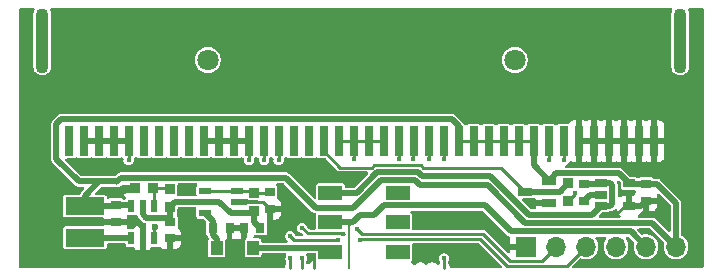
<source format=gtl>
%TF.GenerationSoftware,KiCad,Pcbnew,9.0.0*%
%TF.CreationDate,2025-04-22T14:32:57+01:00*%
%TF.ProjectId,vm_jacdaptor_0.2,766d5f6a-6163-4646-9170-746f725f302e,v0.2*%
%TF.SameCoordinates,PX58b1140PY3fe56c0*%
%TF.FileFunction,Copper,L1,Top*%
%TF.FilePolarity,Positive*%
%FSLAX45Y45*%
G04 Gerber Fmt 4.5, Leading zero omitted, Abs format (unit mm)*
G04 Created by KiCad (PCBNEW 9.0.0) date 2025-04-22 14:32:57*
%MOMM*%
%LPD*%
G01*
G04 APERTURE LIST*
%TA.AperFunction,ComponentPad*%
%ADD10R,1.700000X1.700000*%
%TD*%
%TA.AperFunction,ComponentPad*%
%ADD11O,1.700000X1.700000*%
%TD*%
%TA.AperFunction,SMDPad,CuDef*%
%ADD12C,0.125000*%
%TD*%
%TA.AperFunction,SMDPad,CuDef*%
%ADD13R,0.860000X0.810000*%
%TD*%
%TA.AperFunction,SMDPad,CuDef*%
%ADD14R,0.800000X0.900000*%
%TD*%
%TA.AperFunction,SMDPad,CuDef*%
%ADD15R,1.000000X0.700000*%
%TD*%
%TA.AperFunction,SMDPad,CuDef*%
%ADD16R,0.900000X0.800000*%
%TD*%
%TA.AperFunction,SMDPad,CuDef*%
%ADD17R,0.810000X0.860000*%
%TD*%
%TA.AperFunction,SMDPad,CuDef*%
%ADD18R,3.320000X1.500000*%
%TD*%
%TA.AperFunction,SMDPad,CuDef*%
%ADD19R,1.100000X0.600000*%
%TD*%
%TA.AperFunction,SMDPad,CuDef*%
%ADD20R,0.600000X1.100000*%
%TD*%
%TA.AperFunction,SMDPad,CuDef*%
%ADD21R,2.000000X1.200000*%
%TD*%
%TA.AperFunction,ComponentPad*%
%ADD22C,1.800000*%
%TD*%
%TA.AperFunction,SMDPad,CuDef*%
%ADD23R,0.800000X2.500000*%
%TD*%
%TA.AperFunction,ComponentPad*%
%ADD24O,1.100000X5.500000*%
%TD*%
%TA.AperFunction,SMDPad,CuDef*%
%ADD25R,1.000000X1.200000*%
%TD*%
%TA.AperFunction,SMDPad,CuDef*%
%ADD26R,1.250000X0.700000*%
%TD*%
%TA.AperFunction,ViaPad*%
%ADD27C,0.600000*%
%TD*%
%TA.AperFunction,ViaPad*%
%ADD28C,0.450000*%
%TD*%
%TA.AperFunction,Conductor*%
%ADD29C,0.500000*%
%TD*%
%TA.AperFunction,Conductor*%
%ADD30C,0.250000*%
%TD*%
%TA.AperFunction,Conductor*%
%ADD31C,0.200000*%
%TD*%
G04 APERTURE END LIST*
D10*
%TO.P,J2,1,Pin_1*%
%TO.N,GND*%
X1395000Y-920000D03*
D11*
%TO.P,J2,2,Pin_2*%
%TO.N,/RESET*%
X1649000Y-920000D03*
%TO.P,J2,3,Pin_3*%
%TO.N,/SWCLK*%
X1903000Y-920000D03*
%TO.P,J2,4,Pin_4*%
%TO.N,/JD_DATA*%
X2157000Y-920000D03*
%TO.P,J2,5,Pin_5*%
%TO.N,JD_PWR*%
X2411000Y-920000D03*
%TO.P,J2,6,Pin_6*%
%TO.N,+3V3*%
X2665000Y-920000D03*
%TD*%
D12*
%TO.P,GS3,1,GND*%
%TO.N,GND*%
X-400000Y-1100000D03*
%TD*%
D13*
%TO.P,R4,1*%
%TO.N,/JD_DATA_MCU*%
X1750000Y-385000D03*
%TO.P,R4,2*%
%TO.N,/JD_DATA*%
X1750000Y-535000D03*
%TD*%
%TO.P,R1,1*%
%TO.N,+4V15*%
X-1620000Y-585000D03*
%TO.P,R1,2*%
%TO.N,Net-(U1-FB)*%
X-1620000Y-435000D03*
%TD*%
D14*
%TO.P,C7,1*%
%TO.N,Net-(U3-OUT)*%
X-1255000Y-760000D03*
%TO.P,C7,2*%
%TO.N,GND*%
X-1115000Y-760000D03*
%TD*%
D12*
%TO.P,GS1,1,JD_PWR*%
%TO.N,JD_PWR*%
X-100000Y-1100000D03*
%TD*%
D15*
%TO.P,U2,1,IN*%
%TO.N,Net-(U2-EN)*%
X2030000Y-385000D03*
%TO.P,U2,2,GND*%
%TO.N,GND*%
X2030000Y-480000D03*
%TO.P,U2,3,EN*%
%TO.N,Net-(U2-EN)*%
X2030000Y-575000D03*
%TO.P,U2,4,N/C*%
%TO.N,GND*%
X2270000Y-575000D03*
%TO.P,U2,5,OUT*%
%TO.N,+3V3*%
X2270000Y-385000D03*
%TD*%
D16*
%TO.P,C2,1*%
%TO.N,+4V15*%
X-1620000Y-710000D03*
%TO.P,C2,2*%
%TO.N,GND*%
X-1620000Y-850000D03*
%TD*%
D17*
%TO.P,R2,1*%
%TO.N,Net-(U1-FB)*%
X-1765000Y-425000D03*
%TO.P,R2,2*%
%TO.N,GND*%
X-1915000Y-425000D03*
%TD*%
D18*
%TO.P,L1,1,1*%
%TO.N,+3V3*%
X-2340000Y-577000D03*
%TO.P,L1,2,2*%
%TO.N,Net-(U1-SW)*%
X-2340000Y-843000D03*
%TD*%
D16*
%TO.P,C1,1*%
%TO.N,+3V3*%
X-2080000Y-570000D03*
%TO.P,C1,2*%
%TO.N,GND*%
X-2080000Y-710000D03*
%TD*%
%TO.P,C6,1*%
%TO.N,Net-(U2-EN)*%
X1890000Y-390000D03*
%TO.P,C6,2*%
%TO.N,GND*%
X1890000Y-530000D03*
%TD*%
D19*
%TO.P,U3,1,IN*%
%TO.N,+4V15*%
X-1050000Y-635000D03*
%TO.P,U3,2,GND*%
%TO.N,GND*%
X-1050000Y-540000D03*
%TO.P,U3,3,EN*%
%TO.N,Net-(U3-EN)*%
X-1050000Y-445000D03*
%TO.P,U3,4,~{FAULT}*%
X-1320000Y-445000D03*
%TO.P,U3,5,ILIM*%
%TO.N,+4V15*%
X-1320000Y-540000D03*
%TO.P,U3,6,OUT*%
%TO.N,Net-(U3-OUT)*%
X-1320000Y-635000D03*
%TD*%
D16*
%TO.P,C5,1*%
%TO.N,+3V3*%
X2410000Y-390000D03*
%TO.P,C5,2*%
%TO.N,GND*%
X2410000Y-530000D03*
%TD*%
D13*
%TO.P,R3,1*%
%TO.N,+4V15*%
X-905000Y-615000D03*
%TO.P,R3,2*%
%TO.N,Net-(U3-EN)*%
X-905000Y-465000D03*
%TD*%
D14*
%TO.P,C3,1*%
%TO.N,+4V15*%
X-855000Y-760000D03*
%TO.P,C3,2*%
%TO.N,GND*%
X-995000Y-760000D03*
%TD*%
D20*
%TO.P,U1,1,SW*%
%TO.N,Net-(U1-SW)*%
X-1945000Y-845000D03*
%TO.P,U1,2,GND*%
%TO.N,GND*%
X-1850000Y-845000D03*
%TO.P,U1,3,EN*%
%TO.N,+3V3*%
X-1755000Y-845000D03*
%TO.P,U1,4,FB*%
%TO.N,Net-(U1-FB)*%
X-1755000Y-575000D03*
%TO.P,U1,5,VOUT*%
%TO.N,+4V15*%
X-1850000Y-575000D03*
%TO.P,U1,6,VBAT*%
%TO.N,+3V3*%
X-1945000Y-575000D03*
%TD*%
D12*
%TO.P,GS14,1,RESET*%
%TO.N,/RESET*%
X-500000Y-1100000D03*
%TD*%
D21*
%TO.P,SW1,1,1*%
%TO.N,Net-(D2-Pad1)*%
X-260000Y-964500D03*
%TO.P,SW1,2,2*%
%TO.N,JD_PWR*%
X-260000Y-714500D03*
%TO.P,SW1,3,3*%
%TO.N,Net-(U2-EN)*%
X-260000Y-464500D03*
%TO.P,SW1,4,4*%
%TO.N,unconnected-(SW1-Pad4)*%
X310000Y-964500D03*
%TO.P,SW1,5,5*%
%TO.N,unconnected-(SW1-Pad5)*%
X310000Y-714500D03*
%TO.P,SW1,6,6*%
%TO.N,unconnected-(SW1-Pad6)*%
X310000Y-464500D03*
%TD*%
D12*
%TO.P,GS2,1,JD_DATA*%
%TO.N,/JD_DATA*%
X700000Y-1100000D03*
%TD*%
D22*
%TO.P,J1,*%
%TO.N,*%
X-1300000Y660000D03*
X1300000Y660000D03*
D23*
%TO.P,J1,1,P3*%
%TO.N,unconnected-(J1-P3-Pad1)*%
X-2476000Y-26000D03*
%TO.P,J1,2,P0*%
%TO.N,/SWCLK*%
X-2349000Y-26000D03*
%TO.P,J1,3,P0*%
X-2222000Y-26000D03*
%TO.P,J1,4,P0*%
X-2095000Y-26000D03*
%TO.P,J1,5,P0*%
X-1968000Y-26000D03*
%TO.P,J1,6,P4*%
%TO.N,unconnected-(J1-P4-Pad6)*%
X-1841000Y-26000D03*
%TO.P,J1,7,P5*%
%TO.N,unconnected-(J1-P5-Pad7)*%
X-1714000Y-26000D03*
%TO.P,J1,8,P6*%
%TO.N,unconnected-(J1-P6-Pad8)*%
X-1587000Y-26000D03*
%TO.P,J1,9,P7*%
%TO.N,unconnected-(J1-P7-Pad9)*%
X-1461000Y-26000D03*
%TO.P,J1,10,P1*%
%TO.N,/RESET*%
X-1334000Y-26000D03*
%TO.P,J1,11,P1*%
X-1206000Y-26000D03*
%TO.P,J1,12,P1*%
X-1079000Y-26000D03*
%TO.P,J1,13,P1*%
X-952000Y-26000D03*
%TO.P,J1,14,P8*%
%TO.N,/SWDIO_0*%
X-825000Y-26000D03*
%TO.P,J1,15,P9*%
%TO.N,/SWDIO_1*%
X-698000Y-26000D03*
%TO.P,J1,16,P10*%
%TO.N,unconnected-(J1-P10-Pad16)*%
X-571000Y-26000D03*
%TO.P,J1,17,P11*%
%TO.N,unconnected-(J1-P11-Pad17)*%
X-444000Y-26000D03*
%TO.P,J1,18,P12*%
%TO.N,/JD_DATA_MCU*%
X-317000Y-26000D03*
%TO.P,J1,19,P2*%
%TO.N,/SWDIO_2*%
X-190000Y-26000D03*
%TO.P,J1,20,P2*%
X-63000Y-26000D03*
%TO.P,J1,21,P2*%
X63000Y-26000D03*
%TO.P,J1,22,P2*%
X190000Y-26000D03*
%TO.P,J1,23,P13*%
%TO.N,/SWDIO_3*%
X317000Y-26000D03*
%TO.P,J1,24,P14*%
%TO.N,/SWDIO_4*%
X445000Y-26000D03*
%TO.P,J1,25,P15*%
%TO.N,/SWDIO_5*%
X572000Y-26000D03*
%TO.P,J1,26,P16*%
%TO.N,/SWDIO_6*%
X699000Y-26000D03*
%TO.P,J1,27,3V3*%
%TO.N,+3V3*%
X826000Y-26000D03*
%TO.P,J1,28,3V3*%
X953000Y-26000D03*
%TO.P,J1,29,3V3*%
X1080000Y-26000D03*
%TO.P,J1,30,3V3*%
X1207000Y-26000D03*
%TO.P,J1,31,3V3*%
X1334000Y-26000D03*
%TO.P,J1,32,3V3*%
X1461000Y-26000D03*
%TO.P,J1,33,P19*%
%TO.N,/SWDIO_7*%
X1588000Y-26000D03*
%TO.P,J1,34,P20*%
%TO.N,/SWDIO_8*%
X1714000Y-26000D03*
%TO.P,J1,35,GND*%
%TO.N,GND*%
X1841000Y-26000D03*
%TO.P,J1,36,GND*%
X1969000Y-26000D03*
%TO.P,J1,37,GND*%
X2096000Y-26000D03*
%TO.P,J1,38,GND*%
X2223000Y-26000D03*
%TO.P,J1,39,GND*%
X2350000Y-26000D03*
%TO.P,J1,40,GND*%
X2477000Y-26000D03*
D24*
%TO.P,J1,41*%
%TO.N,N/C*%
X2700000Y825000D03*
%TO.P,J1,42*%
X-2700000Y825000D03*
%TD*%
D12*
%TO.P,GS13,1,SWCLK*%
%TO.N,/SWCLK*%
X-600000Y-1100000D03*
%TD*%
D16*
%TO.P,C4,1*%
%TO.N,Net-(U3-EN)*%
X-775000Y-460000D03*
%TO.P,C4,2*%
%TO.N,GND*%
X-775000Y-600000D03*
%TD*%
D25*
%TO.P,D2,1*%
%TO.N,Net-(D2-Pad1)*%
X-915000Y-930000D03*
%TO.P,D2,2*%
%TO.N,Net-(U3-OUT)*%
X-1225000Y-930000D03*
%TD*%
D26*
%TO.P,D1,1*%
%TO.N,GND*%
X1590000Y-550000D03*
%TO.P,D1,2*%
%TO.N,+3V3*%
X1590000Y-360000D03*
%TO.P,D1,3*%
%TO.N,/JD_DATA_MCU*%
X1390000Y-455000D03*
%TD*%
D27*
%TO.N,+3V3*%
X-1750000Y-750100D03*
X-2067500Y-367500D03*
D28*
%TO.N,GND*%
X-1465000Y-445000D03*
D27*
X-2006819Y-444689D03*
D28*
X1940000Y-480000D03*
X-335000Y-305000D03*
X-402500Y-1020000D03*
X-745000Y-830000D03*
D27*
X-1930000Y-710000D03*
D28*
X2170000Y-635000D03*
X945000Y-695000D03*
X-1420000Y-245000D03*
X1435000Y-550000D03*
X1140000Y-810000D03*
X-2260000Y-255000D03*
X1020000Y-965000D03*
%TO.N,/JD_DATA*%
X1808099Y-468914D03*
X700000Y-1020000D03*
%TO.N,/SWDIO_1*%
X-700000Y-190000D03*
%TO.N,/SWDIO_2*%
X-60000Y-180000D03*
%TO.N,/SWDIO_3*%
X320000Y-176900D03*
%TO.N,/SWDIO_4*%
X440000Y-176900D03*
%TO.N,/SWDIO_5*%
X570000Y-180000D03*
%TO.N,/SWDIO_6*%
X700000Y-180000D03*
%TO.N,/SWDIO_7*%
X1590000Y-190000D03*
%TO.N,/SWCLK*%
X-6851Y-863829D03*
X-600000Y-1020000D03*
X-1970000Y-190000D03*
X-198693Y-862000D03*
X-600000Y-830000D03*
%TO.N,/RESET*%
X-32782Y-772782D03*
X-500000Y-760000D03*
X-500000Y-1020000D03*
X-152500Y-816322D03*
X-950000Y-190000D03*
%TO.N,/SWDIO_0*%
X-820000Y-190000D03*
%TO.N,/SWDIO_8*%
X1720000Y-190000D03*
%TD*%
D29*
%TO.N,+3V3*%
X-2036900Y-336900D02*
X-637800Y-336900D01*
X-2067500Y-367500D02*
X-2036900Y-336900D01*
X1390059Y-719900D02*
X2464900Y-719900D01*
X2464900Y-719900D02*
X2665000Y-920000D01*
X-2087000Y-577000D02*
X-2080000Y-570000D01*
X2184400Y-299400D02*
X1650600Y-299400D01*
X2275000Y-390000D02*
X2270000Y-385000D01*
X-2080000Y-570000D02*
X-1950000Y-570000D01*
X-384700Y-590000D02*
X-65700Y-590000D01*
D30*
X953000Y-26000D02*
X1080000Y-26000D01*
D29*
X2505000Y-390000D02*
X2665000Y-550000D01*
X-2340000Y-577000D02*
X-2087000Y-577000D01*
X-637800Y-336900D02*
X-384700Y-590000D01*
X2270000Y-385000D02*
X2184400Y-299400D01*
X495700Y-400000D02*
X1070159Y-400000D01*
X-1950000Y-570000D02*
X-1945000Y-575000D01*
X-2580000Y120000D02*
X-2540000Y160000D01*
X1650600Y-299400D02*
X1590000Y-360000D01*
X-2340000Y-577000D02*
X-2340000Y-490000D01*
D30*
X826000Y-26000D02*
X953000Y-26000D01*
X1080000Y-26000D02*
X1207000Y-26000D01*
D29*
X826000Y102200D02*
X826000Y-26000D01*
D30*
X-1755000Y-845000D02*
X-1755000Y-755100D01*
D29*
X-2340000Y-490000D02*
X-2217500Y-367500D01*
D30*
X-2080000Y-380000D02*
X-2067500Y-367500D01*
D29*
X-2217500Y-367500D02*
X-2067500Y-367500D01*
X2665000Y-550000D02*
X2665000Y-920000D01*
D30*
X1207000Y-26000D02*
X1334000Y-26000D01*
D29*
X1461000Y-26000D02*
X1461000Y-231000D01*
X1461000Y-231000D02*
X1590000Y-360000D01*
X455100Y-359400D02*
X495700Y-400000D01*
X1070159Y-400000D02*
X1390059Y-719900D01*
X-65700Y-590000D02*
X164900Y-359400D01*
X-2067500Y-367500D02*
X-2389700Y-367500D01*
X-2389700Y-367500D02*
X-2580000Y-177200D01*
X2410000Y-390000D02*
X2505000Y-390000D01*
D30*
X1334000Y-26000D02*
X1461000Y-26000D01*
D29*
X768200Y160000D02*
X826000Y102200D01*
D30*
X-1755000Y-755100D02*
X-1750000Y-750100D01*
D29*
X-2540000Y160000D02*
X768200Y160000D01*
X164900Y-359400D02*
X455100Y-359400D01*
X2410000Y-390000D02*
X2275000Y-390000D01*
X-2580000Y-177200D02*
X-2580000Y120000D01*
%TO.N,GND*%
X-1890000Y-710000D02*
X-1930000Y-710000D01*
X-995000Y-760000D02*
X-1115000Y-760000D01*
D30*
X2270000Y-575000D02*
X2230000Y-575000D01*
X-835000Y-540000D02*
X-775000Y-600000D01*
X-1050000Y-540000D02*
X-835000Y-540000D01*
D29*
X-1850000Y-750000D02*
X-1890000Y-710000D01*
X-1915000Y-425000D02*
X-1930200Y-440200D01*
X1940000Y-480000D02*
X1890000Y-530000D01*
D30*
X-400000Y-1100000D02*
X-400000Y-1022500D01*
D29*
X-1930200Y-440200D02*
X-2003058Y-440200D01*
X2365000Y-575000D02*
X2410000Y-530000D01*
D30*
X2230000Y-575000D02*
X2170000Y-635000D01*
D29*
X-1850000Y-845000D02*
X-1850000Y-750000D01*
X2030000Y-480000D02*
X1940000Y-480000D01*
X2270000Y-575000D02*
X2365000Y-575000D01*
X-2080000Y-710000D02*
X-1930000Y-710000D01*
D30*
X-400000Y-1022500D02*
X-402500Y-1020000D01*
D29*
%TO.N,+4V15*%
X-1654900Y-675100D02*
X-1620000Y-710000D01*
X-1050000Y-635000D02*
X-925000Y-635000D01*
X-1200000Y-540000D02*
X-1105000Y-635000D01*
X-905000Y-615000D02*
X-905000Y-710000D01*
X-1620000Y-585000D02*
X-1575000Y-540000D01*
X-925000Y-635000D02*
X-905000Y-615000D01*
X-1575000Y-540000D02*
X-1320000Y-540000D01*
X-1320000Y-540000D02*
X-1200000Y-540000D01*
X-1620000Y-585000D02*
X-1620000Y-710000D01*
X-905000Y-710000D02*
X-855000Y-760000D01*
X-1850000Y-575000D02*
X-1850000Y-643934D01*
X-1105000Y-635000D02*
X-1050000Y-635000D01*
X-1818834Y-675100D02*
X-1654900Y-675100D01*
X-1850000Y-643934D02*
X-1818834Y-675100D01*
D30*
%TO.N,Net-(U3-EN)*%
X-925000Y-445000D02*
X-905000Y-465000D01*
X-1050000Y-445000D02*
X-1320000Y-445000D01*
X-1050000Y-445000D02*
X-925000Y-445000D01*
X-905000Y-465000D02*
X-780000Y-465000D01*
X-780000Y-465000D02*
X-775000Y-460000D01*
D29*
%TO.N,Net-(U2-EN)*%
X135905Y-289400D02*
X-39195Y-464500D01*
X2110200Y-575000D02*
X2125100Y-560100D01*
X-39195Y-464500D02*
X-260000Y-464500D01*
X1890000Y-390000D02*
X2025000Y-390000D01*
X2030000Y-575000D02*
X2110200Y-575000D01*
X2110200Y-385000D02*
X2030000Y-385000D01*
X1955100Y-649900D02*
X1419053Y-649900D01*
X2125100Y-399900D02*
X2110200Y-385000D01*
X2030000Y-575000D02*
X1955100Y-649900D01*
X1089154Y-320000D02*
X514695Y-320000D01*
X484095Y-289400D02*
X135905Y-289400D01*
X1419053Y-649900D02*
X1089154Y-320000D01*
X2025000Y-390000D02*
X2030000Y-385000D01*
X2125100Y-560100D02*
X2125100Y-399900D01*
X514695Y-320000D02*
X484095Y-289400D01*
%TO.N,Net-(U3-OUT)*%
X-1255000Y-825000D02*
X-1225000Y-855000D01*
X-1255000Y-760000D02*
X-1255000Y-825000D01*
X-1255000Y-700000D02*
X-1320000Y-635000D01*
X-1225000Y-855000D02*
X-1225000Y-930000D01*
X-1255000Y-760000D02*
X-1255000Y-700000D01*
D30*
%TO.N,/JD_DATA_MCU*%
X-317000Y-111000D02*
X-317000Y-26000D01*
D29*
X1680000Y-455000D02*
X1750000Y-385000D01*
D30*
X507912Y-231900D02*
X112088Y-231900D01*
X112088Y-231900D02*
X93988Y-250000D01*
X-178000Y-250000D02*
X-317000Y-111000D01*
X1185000Y-250000D02*
X526012Y-250000D01*
D29*
X1390000Y-455000D02*
X1680000Y-455000D01*
D30*
X93988Y-250000D02*
X-178000Y-250000D01*
X1390000Y-455000D02*
X1185000Y-250000D01*
X526012Y-250000D02*
X507912Y-231900D01*
D29*
%TO.N,Net-(D2-Pad1)*%
X-294500Y-930000D02*
X-260000Y-964500D01*
X-915000Y-930000D02*
X-294500Y-930000D01*
%TO.N,JD_PWR*%
X104988Y-655012D02*
X190400Y-569600D01*
X-260000Y-714500D02*
X-72960Y-714500D01*
X1044400Y-569600D02*
X1264800Y-790000D01*
X-49230Y-690770D02*
X-13472Y-655012D01*
X-72960Y-714500D02*
X-49230Y-690770D01*
X-13472Y-655012D02*
X104988Y-655012D01*
D31*
X-100000Y-1100000D02*
X-100000Y-741540D01*
D29*
X190400Y-569600D02*
X1044400Y-569600D01*
X2281000Y-790000D02*
X2411000Y-920000D01*
X1264800Y-790000D02*
X2281000Y-790000D01*
D31*
X-100000Y-741540D02*
X-72960Y-714500D01*
D30*
%TO.N,/JD_DATA*%
X700000Y-1020000D02*
X700000Y-1100000D01*
X1808099Y-476900D02*
X1750000Y-535000D01*
X1808099Y-468914D02*
X1808099Y-476900D01*
%TO.N,/SWDIO_1*%
X-700000Y-190000D02*
X-700000Y-28000D01*
X-700000Y-28000D02*
X-698000Y-26000D01*
%TO.N,/SWDIO_2*%
X-63000Y-177000D02*
X-60000Y-180000D01*
X-190000Y-26000D02*
X-63000Y-26000D01*
X63000Y-26000D02*
X190000Y-26000D01*
X-63000Y-26000D02*
X63000Y-26000D01*
X-63000Y-26000D02*
X-63000Y-177000D01*
%TO.N,/SWDIO_3*%
X317000Y-26000D02*
X320000Y-29000D01*
X320000Y-29000D02*
X320000Y-176900D01*
%TO.N,/SWDIO_4*%
X440000Y-31000D02*
X440000Y-176900D01*
X445000Y-26000D02*
X440000Y-31000D01*
%TO.N,/SWDIO_5*%
X572000Y-178000D02*
X570000Y-180000D01*
X572000Y-26000D02*
X572000Y-178000D01*
%TO.N,/SWDIO_6*%
X699000Y-26000D02*
X699000Y-179000D01*
X699000Y-179000D02*
X700000Y-180000D01*
%TO.N,/SWDIO_7*%
X1590000Y-190000D02*
X1590000Y-28000D01*
X1590000Y-28000D02*
X1588000Y-26000D01*
%TO.N,/SWCLK*%
X-600000Y-1100000D02*
X-600000Y-1020000D01*
X-600000Y-830000D02*
X-568000Y-862000D01*
D29*
X-2349000Y-26000D02*
X-2222000Y-26000D01*
X-2095000Y-26000D02*
X-1968000Y-26000D01*
D30*
X-568000Y-862000D02*
X-198693Y-862000D01*
X-1970000Y-28000D02*
X-1968000Y-26000D01*
X1010000Y-855000D02*
X1978Y-855000D01*
X1740200Y-1082800D02*
X1237800Y-1082800D01*
X1903000Y-920000D02*
X1740200Y-1082800D01*
X-1970000Y-190000D02*
X-1970000Y-28000D01*
X1978Y-855000D02*
X-6851Y-863829D01*
D29*
X-2222000Y-26000D02*
X-2095000Y-26000D01*
D30*
X1237800Y-1082800D02*
X1010000Y-855000D01*
%TO.N,/RESET*%
X-149514Y-814325D02*
X-149514Y-814933D01*
X-151812Y-816190D02*
X-151823Y-816202D01*
X-149123Y-815519D02*
X-150974Y-815519D01*
X-500000Y-760000D02*
X-452900Y-807100D01*
X-152232Y-816256D02*
X-152360Y-816256D01*
X1649000Y-920000D02*
X1531400Y-1037600D01*
X-152484Y-816307D02*
X-152500Y-816322D01*
X-212963Y-807100D02*
X-212862Y-807000D01*
X-152395Y-816291D02*
X-152425Y-816291D01*
X-152425Y-816291D02*
X-152441Y-816307D01*
X1030000Y-810000D02*
X4436Y-810000D01*
X-153210Y-807000D02*
X-152500Y-807710D01*
X4436Y-810000D02*
X-32782Y-772782D01*
X-152177Y-816202D02*
X-152232Y-816256D01*
X-151411Y-816016D02*
X-151785Y-816016D01*
X-152500Y-811339D02*
X-149514Y-814325D01*
X-950000Y-28000D02*
X-952000Y-26000D01*
D29*
X-1206000Y-26000D02*
X-1079000Y-26000D01*
D30*
X-212862Y-807000D02*
X-153210Y-807000D01*
X-149072Y-815468D02*
X-149123Y-815519D01*
X-151812Y-816042D02*
X-151812Y-816190D01*
X-151107Y-815711D02*
X-151411Y-816016D01*
X-150974Y-815519D02*
X-151107Y-815653D01*
D29*
X-1079000Y-26000D02*
X-952000Y-26000D01*
D30*
X-151823Y-816202D02*
X-152177Y-816202D01*
X-152441Y-816307D02*
X-152484Y-816307D01*
X-149514Y-814933D02*
X-149072Y-815375D01*
X-950000Y-190000D02*
X-950000Y-28000D01*
X-151785Y-816016D02*
X-151812Y-816042D01*
X-149072Y-815375D02*
X-149072Y-815468D01*
X-152500Y-807710D02*
X-152500Y-811339D01*
X1257600Y-1037600D02*
X1030000Y-810000D01*
D29*
X-1334000Y-26000D02*
X-1206000Y-26000D01*
D30*
X-152360Y-816256D02*
X-152395Y-816291D01*
X-452900Y-807100D02*
X-212963Y-807100D01*
X-500000Y-1100000D02*
X-500000Y-1020000D01*
X-151107Y-815653D02*
X-151107Y-815711D01*
X1531400Y-1037600D02*
X1257600Y-1037600D01*
%TO.N,/SWDIO_0*%
X-820000Y-31000D02*
X-825000Y-26000D01*
X-820000Y-190000D02*
X-820000Y-31000D01*
%TO.N,/SWDIO_8*%
X1720000Y-32000D02*
X1714000Y-26000D01*
X1720000Y-190000D02*
X1720000Y-32000D01*
D29*
%TO.N,Net-(U1-SW)*%
X-2340000Y-843000D02*
X-1947000Y-843000D01*
X-1947000Y-843000D02*
X-1945000Y-845000D01*
D30*
%TO.N,Net-(U1-FB)*%
X-1755000Y-435000D02*
X-1765000Y-425000D01*
X-1755000Y-575000D02*
X-1755000Y-435000D01*
X-1630000Y-425000D02*
X-1620000Y-435000D01*
X-1765000Y-425000D02*
X-1630000Y-425000D01*
%TD*%
%TA.AperFunction,Conductor*%
%TO.N,GND*%
G36*
X-2770040Y1097982D02*
G01*
X-2765465Y1092701D01*
X-2764470Y1085785D01*
X-2766262Y1081109D01*
X-2766221Y1081087D01*
X-2766397Y1080759D01*
X-2766434Y1080661D01*
X-2766508Y1080550D01*
X-2766509Y1080549D01*
X-2772166Y1066892D01*
X-2772166Y1066891D01*
X-2775050Y1052392D01*
X-2775050Y1052392D01*
X-2775050Y597608D01*
X-2775050Y597608D01*
X-2775050Y597608D01*
X-2772166Y583109D01*
X-2772166Y583108D01*
X-2766509Y569451D01*
X-2766508Y569450D01*
X-2758295Y557159D01*
X-2758295Y557158D01*
X-2747842Y546705D01*
X-2747842Y546705D01*
X-2735550Y538492D01*
X-2735549Y538491D01*
X-2721892Y532834D01*
X-2721891Y532834D01*
X-2721891Y532834D01*
X-2721891Y532834D01*
X-2707392Y529950D01*
X-2707392Y529950D01*
X-2692608Y529950D01*
X-2682854Y531890D01*
X-2678109Y532834D01*
X-2664451Y538492D01*
X-2652158Y546705D01*
X-2641705Y557158D01*
X-2633492Y569451D01*
X-2627834Y583109D01*
X-2624950Y597608D01*
X-2624950Y668661D01*
X-1410050Y668661D01*
X-1410050Y651339D01*
X-1407340Y634230D01*
X-1401987Y617756D01*
X-1394123Y602321D01*
X-1383941Y588307D01*
X-1371693Y576059D01*
X-1357679Y565877D01*
X-1342245Y558013D01*
X-1325770Y552660D01*
X-1308661Y549950D01*
X-1308661Y549950D01*
X-1291339Y549950D01*
X-1291339Y549950D01*
X-1274230Y552660D01*
X-1257756Y558013D01*
X-1242321Y565877D01*
X-1228307Y576059D01*
X-1216059Y588307D01*
X-1205877Y602321D01*
X-1198013Y617756D01*
X-1192660Y634230D01*
X-1189950Y651339D01*
X-1189950Y668661D01*
X1189950Y668661D01*
X1189950Y651339D01*
X1192660Y634230D01*
X1198013Y617756D01*
X1205877Y602321D01*
X1216059Y588307D01*
X1228307Y576059D01*
X1242321Y565877D01*
X1257756Y558013D01*
X1274230Y552660D01*
X1291339Y549950D01*
X1291339Y549950D01*
X1308661Y549950D01*
X1308661Y549950D01*
X1325770Y552660D01*
X1342245Y558013D01*
X1357679Y565877D01*
X1371693Y576059D01*
X1383941Y588307D01*
X1394123Y602321D01*
X1401987Y617756D01*
X1407340Y634230D01*
X1410050Y651339D01*
X1410050Y668661D01*
X1407340Y685770D01*
X1401987Y702244D01*
X1394123Y717679D01*
X1383941Y731693D01*
X1371693Y743941D01*
X1357679Y754123D01*
X1342245Y761987D01*
X1325770Y767340D01*
X1325770Y767340D01*
X1325770Y767340D01*
X1312627Y769422D01*
X1308661Y770050D01*
X1291339Y770050D01*
X1287373Y769422D01*
X1274230Y767340D01*
X1257755Y761987D01*
X1242321Y754123D01*
X1234326Y748314D01*
X1228307Y743941D01*
X1228307Y743941D01*
X1228307Y743941D01*
X1216059Y731693D01*
X1216059Y731693D01*
X1216059Y731693D01*
X1211686Y725674D01*
X1205877Y717679D01*
X1198013Y702245D01*
X1192660Y685770D01*
X1189950Y668661D01*
X-1189950Y668661D01*
X-1192660Y685770D01*
X-1198013Y702244D01*
X-1205877Y717679D01*
X-1216059Y731693D01*
X-1228307Y743941D01*
X-1242321Y754123D01*
X-1257756Y761987D01*
X-1274230Y767340D01*
X-1274230Y767340D01*
X-1274230Y767340D01*
X-1287373Y769422D01*
X-1291339Y770050D01*
X-1308661Y770050D01*
X-1312627Y769422D01*
X-1325770Y767340D01*
X-1342245Y761987D01*
X-1357679Y754123D01*
X-1365674Y748314D01*
X-1371693Y743941D01*
X-1371693Y743941D01*
X-1371693Y743941D01*
X-1383941Y731693D01*
X-1383941Y731693D01*
X-1383941Y731693D01*
X-1388314Y725674D01*
X-1394123Y717679D01*
X-1401987Y702245D01*
X-1407340Y685770D01*
X-1410050Y668661D01*
X-2624950Y668661D01*
X-2624950Y1052392D01*
X-2624950Y1052392D01*
X-2627834Y1066891D01*
X-2627834Y1066891D01*
X-2627834Y1066891D01*
X-2627834Y1066892D01*
X-2633491Y1080549D01*
X-2633492Y1080550D01*
X-2633566Y1080661D01*
X-2633587Y1080728D01*
X-2633779Y1081087D01*
X-2633711Y1081124D01*
X-2635654Y1087328D01*
X-2633806Y1094066D01*
X-2628608Y1098736D01*
X-2623256Y1099950D01*
X2623256Y1099950D01*
X2629960Y1097982D01*
X2634535Y1092701D01*
X2635530Y1085785D01*
X2633738Y1081109D01*
X2633779Y1081087D01*
X2633603Y1080759D01*
X2633566Y1080661D01*
X2633492Y1080550D01*
X2633491Y1080549D01*
X2627834Y1066892D01*
X2627834Y1066891D01*
X2624950Y1052392D01*
X2624950Y1052392D01*
X2624950Y597608D01*
X2624950Y597608D01*
X2624950Y597608D01*
X2627834Y583109D01*
X2627834Y583108D01*
X2633491Y569451D01*
X2633492Y569450D01*
X2641705Y557159D01*
X2641705Y557158D01*
X2652158Y546705D01*
X2652158Y546705D01*
X2664450Y538492D01*
X2664451Y538491D01*
X2678108Y532834D01*
X2678109Y532834D01*
X2678109Y532834D01*
X2678109Y532834D01*
X2692608Y529950D01*
X2692608Y529950D01*
X2707392Y529950D01*
X2717146Y531890D01*
X2721891Y532834D01*
X2735550Y538492D01*
X2747842Y546705D01*
X2758295Y557158D01*
X2766508Y569451D01*
X2772166Y583109D01*
X2775050Y597608D01*
X2775050Y1052392D01*
X2775050Y1052392D01*
X2772166Y1066891D01*
X2772166Y1066891D01*
X2772166Y1066891D01*
X2772166Y1066892D01*
X2766509Y1080549D01*
X2766508Y1080550D01*
X2766434Y1080661D01*
X2766413Y1080728D01*
X2766221Y1081087D01*
X2766289Y1081124D01*
X2764346Y1087328D01*
X2766194Y1094066D01*
X2771392Y1098736D01*
X2776744Y1099950D01*
X2887550Y1099950D01*
X2894254Y1097982D01*
X2898829Y1092701D01*
X2899950Y1087550D01*
X2899950Y-1087600D01*
X2897981Y-1094304D01*
X2892701Y-1098879D01*
X2887550Y-1100000D01*
X1798969Y-1100000D01*
X1792265Y-1098032D01*
X1787689Y-1092751D01*
X1786695Y-1085835D01*
X1789598Y-1079480D01*
X1790201Y-1078832D01*
X1849289Y-1019743D01*
X1855422Y-1016395D01*
X1862391Y-1016893D01*
X1862802Y-1017055D01*
X1872358Y-1021013D01*
X1892653Y-1025050D01*
X1892653Y-1025050D01*
X1892653Y-1025050D01*
X1913347Y-1025050D01*
X1913347Y-1025050D01*
X1933642Y-1021013D01*
X1952760Y-1013094D01*
X1969965Y-1001598D01*
X1984598Y-986965D01*
X1996094Y-969760D01*
X2004013Y-950642D01*
X2008050Y-930346D01*
X2008050Y-909653D01*
X2004013Y-889358D01*
X1996094Y-870240D01*
X1996094Y-870240D01*
X1996094Y-870240D01*
X1985469Y-854339D01*
X1983382Y-847671D01*
X1985230Y-840933D01*
X1990428Y-836264D01*
X1995780Y-835050D01*
X2064220Y-835050D01*
X2070924Y-837018D01*
X2075500Y-842299D01*
X2076494Y-849215D01*
X2074531Y-854339D01*
X2063906Y-870240D01*
X2063906Y-870240D01*
X2055987Y-889358D01*
X2055987Y-889359D01*
X2051950Y-909653D01*
X2051950Y-930347D01*
X2055987Y-950641D01*
X2055987Y-950642D01*
X2062594Y-966592D01*
X2063906Y-969760D01*
X2066333Y-973392D01*
X2075402Y-986966D01*
X2090034Y-1001597D01*
X2090034Y-1001598D01*
X2107240Y-1013094D01*
X2126358Y-1021013D01*
X2146653Y-1025050D01*
X2146653Y-1025050D01*
X2146654Y-1025050D01*
X2167347Y-1025050D01*
X2167347Y-1025050D01*
X2187642Y-1021013D01*
X2206760Y-1013094D01*
X2223966Y-1001598D01*
X2238598Y-986965D01*
X2250094Y-969760D01*
X2258013Y-950642D01*
X2262050Y-930346D01*
X2262050Y-909653D01*
X2258013Y-889358D01*
X2250094Y-870240D01*
X2250094Y-870240D01*
X2250094Y-870240D01*
X2239469Y-854339D01*
X2239166Y-853369D01*
X2238500Y-852601D01*
X2238139Y-850091D01*
X2237382Y-847671D01*
X2237650Y-846691D01*
X2237506Y-845685D01*
X2238559Y-843378D01*
X2239230Y-840933D01*
X2239986Y-840254D01*
X2240408Y-839330D01*
X2242542Y-837959D01*
X2244428Y-836264D01*
X2245588Y-836001D01*
X2246286Y-835552D01*
X2249780Y-835050D01*
X2257204Y-835050D01*
X2263907Y-837018D01*
X2265972Y-838682D01*
X2306406Y-879116D01*
X2309754Y-885248D01*
X2309799Y-890303D01*
X2305950Y-909653D01*
X2305950Y-930347D01*
X2309987Y-950641D01*
X2309987Y-950642D01*
X2316594Y-966592D01*
X2317906Y-969760D01*
X2320333Y-973392D01*
X2329402Y-986966D01*
X2344034Y-1001597D01*
X2344035Y-1001598D01*
X2361240Y-1013094D01*
X2380358Y-1021013D01*
X2400653Y-1025050D01*
X2400653Y-1025050D01*
X2400654Y-1025050D01*
X2421347Y-1025050D01*
X2421347Y-1025050D01*
X2441642Y-1021013D01*
X2460760Y-1013094D01*
X2477966Y-1001598D01*
X2492598Y-986965D01*
X2504094Y-969760D01*
X2512013Y-950642D01*
X2516050Y-930346D01*
X2516050Y-909653D01*
X2512013Y-889358D01*
X2504094Y-870240D01*
X2492598Y-853034D01*
X2492598Y-853034D01*
X2477966Y-838402D01*
X2465062Y-829781D01*
X2460760Y-826906D01*
X2459822Y-826517D01*
X2441642Y-818987D01*
X2441641Y-818987D01*
X2421347Y-814950D01*
X2421347Y-814950D01*
X2400654Y-814950D01*
X2396314Y-815813D01*
X2381303Y-818799D01*
X2374344Y-818176D01*
X2370116Y-815405D01*
X2357176Y-802466D01*
X2340828Y-786118D01*
X2337480Y-779986D01*
X2337978Y-773017D01*
X2342165Y-767423D01*
X2348712Y-764982D01*
X2349597Y-764950D01*
X2441104Y-764950D01*
X2447807Y-766918D01*
X2449872Y-768582D01*
X2560405Y-879116D01*
X2563754Y-885248D01*
X2563799Y-890303D01*
X2559950Y-909653D01*
X2559950Y-930347D01*
X2563987Y-950641D01*
X2563987Y-950642D01*
X2570594Y-966592D01*
X2571906Y-969760D01*
X2574333Y-973392D01*
X2583402Y-986966D01*
X2598034Y-1001597D01*
X2598035Y-1001598D01*
X2615240Y-1013094D01*
X2634358Y-1021013D01*
X2654653Y-1025050D01*
X2654653Y-1025050D01*
X2654654Y-1025050D01*
X2675347Y-1025050D01*
X2675347Y-1025050D01*
X2695642Y-1021013D01*
X2714760Y-1013094D01*
X2731966Y-1001598D01*
X2746598Y-986965D01*
X2758094Y-969760D01*
X2766013Y-950642D01*
X2770050Y-930346D01*
X2770050Y-909653D01*
X2766013Y-889358D01*
X2758094Y-870240D01*
X2746598Y-853034D01*
X2746598Y-853034D01*
X2731966Y-838402D01*
X2715561Y-827441D01*
X2711080Y-822080D01*
X2710050Y-817131D01*
X2710050Y-544069D01*
X2710050Y-544069D01*
X2706980Y-532611D01*
X2706980Y-532611D01*
X2702635Y-525086D01*
X2701049Y-522339D01*
X2701049Y-522338D01*
X2532662Y-353951D01*
X2532661Y-353951D01*
X2527525Y-350986D01*
X2522389Y-348020D01*
X2521178Y-347696D01*
X2519967Y-347371D01*
X2519967Y-347371D01*
X2515956Y-346297D01*
X2510931Y-344950D01*
X2510931Y-344950D01*
X2482368Y-344950D01*
X2475664Y-342982D01*
X2472058Y-339439D01*
X2469455Y-335545D01*
X2462823Y-331113D01*
X2462823Y-331113D01*
X2456975Y-329950D01*
X2456975Y-329950D01*
X2363025Y-329950D01*
X2363025Y-329950D01*
X2357177Y-331113D01*
X2357177Y-331113D01*
X2349529Y-336223D01*
X2349308Y-335892D01*
X2345136Y-338170D01*
X2338167Y-337672D01*
X2335604Y-336024D01*
X2335471Y-336223D01*
X2327823Y-331113D01*
X2327823Y-331113D01*
X2321975Y-329950D01*
X2321975Y-329950D01*
X2283797Y-329950D01*
X2277093Y-327982D01*
X2275029Y-326318D01*
X2212062Y-263351D01*
X2212061Y-263351D01*
X2206130Y-259927D01*
X2201789Y-257420D01*
X2200578Y-257096D01*
X2199367Y-256771D01*
X2199367Y-256771D01*
X2195548Y-255748D01*
X2190331Y-254350D01*
X1738430Y-254350D01*
X1731726Y-252381D01*
X1727151Y-247101D01*
X1726157Y-240185D01*
X1729059Y-233830D01*
X1734937Y-230052D01*
X1735218Y-229973D01*
X1736424Y-229650D01*
X1746126Y-224048D01*
X1754048Y-216126D01*
X1759650Y-206424D01*
X1760378Y-203706D01*
X1764015Y-197740D01*
X1770299Y-194687D01*
X1776689Y-195297D01*
X1790262Y-200360D01*
X1790263Y-200360D01*
X1796215Y-201000D01*
X1796217Y-201000D01*
X1816000Y-201000D01*
X1866000Y-201000D01*
X1885783Y-201000D01*
X1885784Y-201000D01*
X1891738Y-200360D01*
X1891738Y-200360D01*
X1900667Y-197029D01*
X1907636Y-196531D01*
X1909333Y-197029D01*
X1918262Y-200360D01*
X1918262Y-200360D01*
X1924215Y-201000D01*
X1924217Y-201000D01*
X1944000Y-201000D01*
X1994000Y-201000D01*
X2013783Y-201000D01*
X2013784Y-201000D01*
X2019737Y-200360D01*
X2019738Y-200360D01*
X2028167Y-197216D01*
X2035136Y-196717D01*
X2036833Y-197216D01*
X2045262Y-200360D01*
X2045263Y-200360D01*
X2051215Y-201000D01*
X2051217Y-201000D01*
X2071000Y-201000D01*
X2121000Y-201000D01*
X2140783Y-201000D01*
X2140784Y-201000D01*
X2146737Y-200360D01*
X2146738Y-200360D01*
X2155167Y-197216D01*
X2162136Y-196717D01*
X2163833Y-197216D01*
X2172262Y-200360D01*
X2172263Y-200360D01*
X2178216Y-201000D01*
X2178217Y-201000D01*
X2198000Y-201000D01*
X2248000Y-201000D01*
X2267783Y-201000D01*
X2267784Y-201000D01*
X2273737Y-200360D01*
X2273738Y-200360D01*
X2282167Y-197216D01*
X2289136Y-196717D01*
X2290833Y-197216D01*
X2299262Y-200360D01*
X2299263Y-200360D01*
X2305216Y-201000D01*
X2305217Y-201000D01*
X2325000Y-201000D01*
X2375000Y-201000D01*
X2394783Y-201000D01*
X2394784Y-201000D01*
X2400737Y-200360D01*
X2400738Y-200360D01*
X2409167Y-197216D01*
X2416136Y-196717D01*
X2417833Y-197216D01*
X2426262Y-200360D01*
X2426263Y-200360D01*
X2432216Y-201000D01*
X2432217Y-201000D01*
X2452000Y-201000D01*
X2502000Y-201000D01*
X2521783Y-201000D01*
X2521784Y-201000D01*
X2527737Y-200360D01*
X2527738Y-200360D01*
X2541209Y-195335D01*
X2541209Y-195335D01*
X2552719Y-186719D01*
X2552719Y-186719D01*
X2561335Y-175209D01*
X2561335Y-175209D01*
X2566360Y-161738D01*
X2566360Y-161737D01*
X2567000Y-155784D01*
X2567000Y-155783D01*
X2567000Y-51000D01*
X2502000Y-51000D01*
X2502000Y-201000D01*
X2452000Y-201000D01*
X2452000Y-51000D01*
X2375000Y-51000D01*
X2375000Y-201000D01*
X2325000Y-201000D01*
X2325000Y-51000D01*
X2248000Y-51000D01*
X2248000Y-201000D01*
X2198000Y-201000D01*
X2198000Y-51000D01*
X2121000Y-51000D01*
X2121000Y-201000D01*
X2071000Y-201000D01*
X2071000Y-51000D01*
X1994000Y-51000D01*
X1994000Y-201000D01*
X1944000Y-201000D01*
X1944000Y-51000D01*
X1866000Y-51000D01*
X1866000Y-201000D01*
X1816000Y-201000D01*
X1816000Y-1000D01*
X1866000Y-1000D01*
X1944000Y-1000D01*
X1994000Y-1000D01*
X2071000Y-1000D01*
X2121000Y-1000D01*
X2198000Y-1000D01*
X2248000Y-1000D01*
X2325000Y-1000D01*
X2375000Y-1000D01*
X2452000Y-1000D01*
X2502000Y-1000D01*
X2567000Y-1000D01*
X2567000Y103783D01*
X2567000Y103784D01*
X2566360Y109737D01*
X2566360Y109738D01*
X2561335Y123209D01*
X2561335Y123209D01*
X2552719Y134719D01*
X2552719Y134719D01*
X2541209Y143335D01*
X2541209Y143336D01*
X2527738Y148360D01*
X2527737Y148360D01*
X2521784Y149000D01*
X2502000Y149000D01*
X2502000Y-1000D01*
X2452000Y-1000D01*
X2452000Y149000D01*
X2432216Y149000D01*
X2426263Y148360D01*
X2426262Y148360D01*
X2417833Y145216D01*
X2410864Y144718D01*
X2409167Y145216D01*
X2400738Y148360D01*
X2400737Y148360D01*
X2394784Y149000D01*
X2375000Y149000D01*
X2375000Y-1000D01*
X2325000Y-1000D01*
X2325000Y149000D01*
X2305216Y149000D01*
X2299263Y148360D01*
X2299262Y148360D01*
X2290833Y145216D01*
X2283864Y144718D01*
X2282167Y145216D01*
X2273738Y148360D01*
X2273737Y148360D01*
X2267784Y149000D01*
X2248000Y149000D01*
X2248000Y-1000D01*
X2198000Y-1000D01*
X2198000Y149000D01*
X2178216Y149000D01*
X2172263Y148360D01*
X2172262Y148360D01*
X2163833Y145216D01*
X2156864Y144718D01*
X2155167Y145216D01*
X2146738Y148360D01*
X2146737Y148360D01*
X2140784Y149000D01*
X2121000Y149000D01*
X2121000Y-1000D01*
X2071000Y-1000D01*
X2071000Y149000D01*
X2051215Y149000D01*
X2045263Y148360D01*
X2045262Y148360D01*
X2036833Y145216D01*
X2029864Y144718D01*
X2028167Y145216D01*
X2019738Y148360D01*
X2019737Y148360D01*
X2013784Y149000D01*
X1994000Y149000D01*
X1994000Y-1000D01*
X1944000Y-1000D01*
X1944000Y149000D01*
X1924215Y149000D01*
X1918263Y148360D01*
X1918262Y148360D01*
X1909333Y145030D01*
X1902364Y144531D01*
X1900667Y145030D01*
X1891738Y148360D01*
X1891737Y148360D01*
X1885784Y149000D01*
X1866000Y149000D01*
X1866000Y-1000D01*
X1816000Y-1000D01*
X1816000Y149000D01*
X1796215Y149000D01*
X1790263Y148360D01*
X1790262Y148360D01*
X1776791Y143336D01*
X1776791Y143335D01*
X1765281Y134719D01*
X1765281Y134719D01*
X1757271Y124019D01*
X1751678Y119832D01*
X1747344Y119050D01*
X1672025Y119050D01*
X1666177Y117887D01*
X1666177Y117887D01*
X1658529Y112777D01*
X1658419Y112942D01*
X1653636Y110330D01*
X1646667Y110828D01*
X1643520Y112851D01*
X1643471Y112777D01*
X1635823Y117887D01*
X1635823Y117887D01*
X1629975Y119050D01*
X1629975Y119050D01*
X1546025Y119050D01*
X1546025Y119050D01*
X1540177Y117887D01*
X1540177Y117887D01*
X1533545Y113455D01*
X1533268Y113179D01*
X1527136Y109830D01*
X1520167Y110328D01*
X1515732Y113179D01*
X1515455Y113455D01*
X1508823Y117887D01*
X1508823Y117887D01*
X1502975Y119050D01*
X1502975Y119050D01*
X1419025Y119050D01*
X1419025Y119050D01*
X1413177Y117887D01*
X1413177Y117887D01*
X1406545Y113455D01*
X1406268Y113179D01*
X1400136Y109830D01*
X1393167Y110328D01*
X1388732Y113179D01*
X1388455Y113455D01*
X1381823Y117887D01*
X1381823Y117887D01*
X1375975Y119050D01*
X1375975Y119050D01*
X1292025Y119050D01*
X1292025Y119050D01*
X1286177Y117887D01*
X1286177Y117887D01*
X1279545Y113455D01*
X1279268Y113179D01*
X1273136Y109830D01*
X1266167Y110328D01*
X1261732Y113179D01*
X1261455Y113455D01*
X1254823Y117887D01*
X1254823Y117887D01*
X1248975Y119050D01*
X1248975Y119050D01*
X1165025Y119050D01*
X1165025Y119050D01*
X1159177Y117887D01*
X1159177Y117887D01*
X1152545Y113455D01*
X1152268Y113179D01*
X1146136Y109830D01*
X1139167Y110328D01*
X1134732Y113179D01*
X1134455Y113455D01*
X1127823Y117887D01*
X1127823Y117887D01*
X1121975Y119050D01*
X1121975Y119050D01*
X1038025Y119050D01*
X1038025Y119050D01*
X1032177Y117887D01*
X1032177Y117887D01*
X1025545Y113455D01*
X1025268Y113179D01*
X1019136Y109830D01*
X1012167Y110328D01*
X1007732Y113179D01*
X1007455Y113455D01*
X1000823Y117887D01*
X1000823Y117887D01*
X994975Y119050D01*
X994975Y119050D01*
X911025Y119050D01*
X911025Y119050D01*
X905177Y117887D01*
X905177Y117887D01*
X898545Y113455D01*
X898268Y113179D01*
X892136Y109830D01*
X885167Y110328D01*
X883030Y111369D01*
X881033Y112590D01*
X880455Y113455D01*
X873823Y117887D01*
X871675Y118314D01*
X869791Y119467D01*
X868868Y120485D01*
X867650Y121122D01*
X865521Y123847D01*
X865461Y123951D01*
X865461Y123951D01*
X862049Y129861D01*
X795861Y196049D01*
X789930Y199473D01*
X785589Y201980D01*
X784378Y202304D01*
X783167Y202629D01*
X783167Y202629D01*
X779348Y203652D01*
X774131Y205050D01*
X-2545931Y205050D01*
X-2552806Y203208D01*
X-2557389Y201980D01*
X-2557389Y201980D01*
X-2561731Y199473D01*
X-2561730Y199473D01*
X-2567661Y196049D01*
X-2567662Y196049D01*
X-2616049Y147662D01*
X-2616049Y147661D01*
X-2621980Y137389D01*
X-2621980Y137388D01*
X-2625050Y125931D01*
X-2625050Y-183131D01*
X-2623096Y-190423D01*
X-2623095Y-190429D01*
X-2621980Y-194588D01*
X-2618648Y-200360D01*
X-2616049Y-204861D01*
X-2417361Y-403549D01*
X-2417361Y-403549D01*
X-2417361Y-403549D01*
X-2413786Y-405613D01*
X-2413786Y-405613D01*
X-2413786Y-405613D01*
X-2407089Y-409480D01*
X-2395631Y-412550D01*
X-2356197Y-412550D01*
X-2349493Y-414518D01*
X-2344917Y-419799D01*
X-2343923Y-426715D01*
X-2346825Y-433070D01*
X-2347428Y-433718D01*
X-2376049Y-462338D01*
X-2376049Y-462339D01*
X-2381980Y-472611D01*
X-2381980Y-472612D01*
X-2381981Y-472615D01*
X-2382021Y-472763D01*
X-2385659Y-478728D01*
X-2391944Y-481779D01*
X-2393997Y-481950D01*
X-2507975Y-481950D01*
X-2513823Y-483113D01*
X-2513823Y-483113D01*
X-2520455Y-487545D01*
X-2524887Y-494177D01*
X-2524887Y-494177D01*
X-2526050Y-500025D01*
X-2526050Y-653975D01*
X-2524887Y-659823D01*
X-2524887Y-659823D01*
X-2520455Y-666455D01*
X-2513823Y-670887D01*
X-2513823Y-670887D01*
X-2507975Y-672050D01*
X-2507975Y-672050D01*
X-2187400Y-672050D01*
X-2180696Y-674019D01*
X-2176121Y-679299D01*
X-2175000Y-684450D01*
X-2175000Y-685000D01*
X-1985000Y-685000D01*
X-1985000Y-665217D01*
X-1985000Y-665217D01*
X-1985155Y-663776D01*
X-1983914Y-656900D01*
X-1979153Y-651786D01*
X-1972826Y-650050D01*
X-1913025Y-650050D01*
X-1911643Y-649775D01*
X-1907303Y-648912D01*
X-1900344Y-649535D01*
X-1894826Y-653821D01*
X-1892907Y-657864D01*
X-1891980Y-661322D01*
X-1891980Y-661323D01*
X-1889807Y-665086D01*
X-1886049Y-671595D01*
X-1846495Y-711149D01*
X-1836223Y-717080D01*
X-1834883Y-717439D01*
X-1833566Y-717792D01*
X-1832551Y-718064D01*
X-1830041Y-718736D01*
X-1824075Y-722373D01*
X-1821022Y-728657D01*
X-1821022Y-728658D01*
X-1821022Y-728658D01*
X-1821109Y-729390D01*
X-1821851Y-735595D01*
X-1824482Y-739482D01*
X-1825000Y-740000D01*
X-1825000Y-950000D01*
X-1815217Y-950000D01*
X-1815216Y-950000D01*
X-1809263Y-949360D01*
X-1809262Y-949360D01*
X-1795791Y-944335D01*
X-1795791Y-944335D01*
X-1784281Y-935719D01*
X-1784281Y-935719D01*
X-1776271Y-925019D01*
X-1770678Y-920832D01*
X-1766344Y-920050D01*
X-1723025Y-920050D01*
X-1723025Y-920050D01*
X-1721551Y-919757D01*
X-1715979Y-918648D01*
X-1715943Y-918828D01*
X-1710472Y-918239D01*
X-1704224Y-921366D01*
X-1702746Y-923011D01*
X-1700719Y-925719D01*
X-1689209Y-934335D01*
X-1689209Y-934335D01*
X-1675738Y-939360D01*
X-1675737Y-939360D01*
X-1669784Y-940000D01*
X-1669783Y-940000D01*
X-1645000Y-940000D01*
X-1595000Y-940000D01*
X-1570217Y-940000D01*
X-1570216Y-940000D01*
X-1564263Y-939360D01*
X-1564262Y-939360D01*
X-1550791Y-934335D01*
X-1550791Y-934335D01*
X-1539281Y-925719D01*
X-1539281Y-925719D01*
X-1530665Y-914209D01*
X-1530665Y-914209D01*
X-1525640Y-900738D01*
X-1525640Y-900737D01*
X-1525000Y-894784D01*
X-1525000Y-894783D01*
X-1525000Y-875000D01*
X-1595000Y-875000D01*
X-1595000Y-940000D01*
X-1645000Y-940000D01*
X-1645000Y-862400D01*
X-1643031Y-855696D01*
X-1637751Y-851121D01*
X-1632600Y-850000D01*
X-1620000Y-850000D01*
X-1620000Y-837400D01*
X-1618031Y-830696D01*
X-1612751Y-826121D01*
X-1607600Y-825000D01*
X-1525000Y-825000D01*
X-1525000Y-805217D01*
X-1525000Y-805215D01*
X-1525640Y-799263D01*
X-1525640Y-799262D01*
X-1530665Y-785791D01*
X-1530665Y-785791D01*
X-1539281Y-774281D01*
X-1539281Y-774281D01*
X-1550526Y-765863D01*
X-1554713Y-760269D01*
X-1555257Y-753517D01*
X-1554950Y-751975D01*
X-1554950Y-668025D01*
X-1554950Y-668025D01*
X-1554950Y-668025D01*
X-1556113Y-662177D01*
X-1556113Y-662177D01*
X-1560545Y-655545D01*
X-1560792Y-655297D01*
X-1561159Y-654625D01*
X-1561223Y-654529D01*
X-1561215Y-654524D01*
X-1564141Y-649165D01*
X-1563642Y-642196D01*
X-1562334Y-639640D01*
X-1560811Y-637360D01*
X-1558113Y-633323D01*
X-1558113Y-633323D01*
X-1556950Y-627475D01*
X-1556950Y-627475D01*
X-1556950Y-597450D01*
X-1554981Y-590746D01*
X-1549701Y-586171D01*
X-1544550Y-585050D01*
X-1406584Y-585050D01*
X-1399880Y-587019D01*
X-1395305Y-592299D01*
X-1394310Y-599215D01*
X-1394422Y-599869D01*
X-1395050Y-603025D01*
X-1395050Y-666975D01*
X-1393887Y-672823D01*
X-1393887Y-672823D01*
X-1389455Y-679455D01*
X-1382823Y-683887D01*
X-1382823Y-683887D01*
X-1376975Y-685050D01*
X-1376975Y-685050D01*
X-1376975Y-685050D01*
X-1338797Y-685050D01*
X-1335853Y-685914D01*
X-1332854Y-686567D01*
X-1332352Y-686942D01*
X-1332093Y-687019D01*
X-1330029Y-688681D01*
X-1318183Y-700527D01*
X-1314835Y-706660D01*
X-1314789Y-711714D01*
X-1315050Y-713025D01*
X-1315050Y-806975D01*
X-1313887Y-812823D01*
X-1313887Y-812823D01*
X-1309455Y-819455D01*
X-1305471Y-822117D01*
X-1300990Y-827479D01*
X-1300729Y-828128D01*
X-1300050Y-829965D01*
X-1300050Y-830931D01*
X-1298235Y-837703D01*
X-1296980Y-842389D01*
X-1292746Y-849722D01*
X-1292381Y-850710D01*
X-1292211Y-853187D01*
X-1291625Y-855600D01*
X-1291973Y-856654D01*
X-1291902Y-857681D01*
X-1292922Y-859536D01*
X-1293421Y-861048D01*
X-1293419Y-861049D01*
X-1293426Y-861065D01*
X-1293701Y-861899D01*
X-1293887Y-862177D01*
X-1293887Y-862177D01*
X-1295050Y-868025D01*
X-1295050Y-991975D01*
X-1293887Y-997823D01*
X-1293887Y-997823D01*
X-1289455Y-1004455D01*
X-1282823Y-1008887D01*
X-1282823Y-1008887D01*
X-1276975Y-1010050D01*
X-1276975Y-1010050D01*
X-1276975Y-1010050D01*
X-1173025Y-1010050D01*
X-1173025Y-1010050D01*
X-1171543Y-1009755D01*
X-1167177Y-1008887D01*
X-1167177Y-1008887D01*
X-1167177Y-1008887D01*
X-1160545Y-1004455D01*
X-1156113Y-997823D01*
X-1156113Y-997823D01*
X-1156113Y-997823D01*
X-1154950Y-991975D01*
X-1154950Y-991975D01*
X-1154950Y-867416D01*
X-1154661Y-867416D01*
X-1153598Y-861767D01*
X-1148800Y-856689D01*
X-1142552Y-855000D01*
X-1140000Y-855000D01*
X-1090000Y-855000D01*
X-1070217Y-855000D01*
X-1070216Y-855000D01*
X-1064262Y-854360D01*
X-1064262Y-854360D01*
X-1059334Y-852521D01*
X-1052364Y-852023D01*
X-1050667Y-852521D01*
X-1045738Y-854360D01*
X-1039784Y-855000D01*
X-1039783Y-855000D01*
X-1020000Y-855000D01*
X-1020000Y-785000D01*
X-1090000Y-785000D01*
X-1090000Y-855000D01*
X-1140000Y-855000D01*
X-1140000Y-772400D01*
X-1138032Y-765696D01*
X-1132751Y-761121D01*
X-1127600Y-760000D01*
X-1115000Y-760000D01*
X-1115000Y-747400D01*
X-1113032Y-740696D01*
X-1107751Y-736121D01*
X-1102600Y-735000D01*
X-1007400Y-735000D01*
X-1000696Y-736968D01*
X-996121Y-742249D01*
X-995000Y-747400D01*
X-995000Y-760000D01*
X-982400Y-760000D01*
X-975696Y-761968D01*
X-971121Y-767249D01*
X-970000Y-772400D01*
X-970000Y-842599D01*
X-971968Y-849303D01*
X-975511Y-852909D01*
X-979455Y-855545D01*
X-983887Y-862177D01*
X-983887Y-862177D01*
X-985050Y-868025D01*
X-985050Y-991975D01*
X-983887Y-997823D01*
X-983887Y-997823D01*
X-979455Y-1004455D01*
X-972823Y-1008887D01*
X-972823Y-1008887D01*
X-966975Y-1010050D01*
X-966975Y-1010050D01*
X-966975Y-1010050D01*
X-863025Y-1010050D01*
X-863025Y-1010050D01*
X-861543Y-1009755D01*
X-857177Y-1008887D01*
X-857177Y-1008887D01*
X-857177Y-1008887D01*
X-850545Y-1004455D01*
X-846113Y-997823D01*
X-846113Y-997823D01*
X-846113Y-997823D01*
X-844950Y-991975D01*
X-844950Y-991975D01*
X-844950Y-987450D01*
X-842981Y-980746D01*
X-837701Y-976171D01*
X-832550Y-975050D01*
X-644658Y-975050D01*
X-637954Y-977018D01*
X-633379Y-982299D01*
X-632384Y-989215D01*
X-633919Y-993650D01*
X-634048Y-993873D01*
X-634049Y-993874D01*
X-636152Y-997517D01*
X-639650Y-1003576D01*
X-639650Y-1003576D01*
X-642550Y-1014398D01*
X-642550Y-1025602D01*
X-639741Y-1036085D01*
X-639650Y-1036424D01*
X-639650Y-1036424D01*
X-634211Y-1045844D01*
X-633796Y-1047393D01*
X-633052Y-1048551D01*
X-632550Y-1052044D01*
X-632550Y-1056880D01*
X-634519Y-1063584D01*
X-636182Y-1065648D01*
X-639668Y-1069134D01*
X-646194Y-1080438D01*
X-646194Y-1080438D01*
X-648973Y-1090809D01*
X-652609Y-1096775D01*
X-658894Y-1099828D01*
X-660950Y-1100000D01*
X-2887550Y-1100000D01*
X-2894254Y-1098032D01*
X-2898829Y-1092751D01*
X-2899950Y-1087600D01*
X-2899950Y-766025D01*
X-2526050Y-766025D01*
X-2526050Y-919975D01*
X-2524887Y-925823D01*
X-2524887Y-925823D01*
X-2520455Y-932455D01*
X-2513823Y-936887D01*
X-2513823Y-936887D01*
X-2507975Y-938050D01*
X-2507975Y-938050D01*
X-2507975Y-938050D01*
X-2172025Y-938050D01*
X-2172025Y-938050D01*
X-2170543Y-937755D01*
X-2166177Y-936887D01*
X-2166177Y-936887D01*
X-2166177Y-936887D01*
X-2159545Y-932455D01*
X-2155113Y-925823D01*
X-2155113Y-925823D01*
X-2155113Y-925823D01*
X-2153965Y-920050D01*
X-2153950Y-919975D01*
X-2153950Y-900450D01*
X-2151982Y-893746D01*
X-2146701Y-889171D01*
X-2141550Y-888050D01*
X-2007450Y-888050D01*
X-2000746Y-890018D01*
X-1996171Y-895299D01*
X-1995050Y-900450D01*
X-1995050Y-901975D01*
X-1993887Y-907823D01*
X-1993887Y-907823D01*
X-1989455Y-914455D01*
X-1982823Y-918887D01*
X-1982823Y-918887D01*
X-1976975Y-920050D01*
X-1976975Y-920050D01*
X-1933656Y-920050D01*
X-1926952Y-922018D01*
X-1923729Y-925019D01*
X-1915719Y-935719D01*
X-1915719Y-935719D01*
X-1904209Y-944335D01*
X-1904209Y-944335D01*
X-1890738Y-949360D01*
X-1890737Y-949360D01*
X-1884784Y-950000D01*
X-1884783Y-950000D01*
X-1875000Y-950000D01*
X-1875000Y-740000D01*
X-1884784Y-740000D01*
X-1890737Y-740640D01*
X-1890738Y-740640D01*
X-1904209Y-745664D01*
X-1904209Y-745665D01*
X-1915719Y-754281D01*
X-1915719Y-754281D01*
X-1923729Y-764981D01*
X-1929322Y-769168D01*
X-1933656Y-769950D01*
X-1972826Y-769950D01*
X-1979530Y-767981D01*
X-1984105Y-762701D01*
X-1985155Y-756224D01*
X-1985000Y-754783D01*
X-1985000Y-754783D01*
X-1985000Y-735000D01*
X-2175000Y-735000D01*
X-2175000Y-735550D01*
X-2176969Y-742254D01*
X-2182249Y-746829D01*
X-2187400Y-747950D01*
X-2507975Y-747950D01*
X-2513823Y-749113D01*
X-2513823Y-749113D01*
X-2520455Y-753545D01*
X-2524887Y-760177D01*
X-2524887Y-760177D01*
X-2526050Y-766025D01*
X-2899950Y-766025D01*
X-2899950Y1087550D01*
X-2897981Y1094254D01*
X-2892701Y1098829D01*
X-2887550Y1099950D01*
X-2776744Y1099950D01*
X-2770040Y1097982D01*
G37*
%TD.AperFunction*%
%TA.AperFunction,Conductor*%
G36*
X998085Y-889518D02*
G01*
X1000149Y-891182D01*
X1187799Y-1078832D01*
X1191148Y-1084964D01*
X1190649Y-1091933D01*
X1186462Y-1097527D01*
X1179916Y-1099968D01*
X1179031Y-1100000D01*
X760950Y-1100000D01*
X754246Y-1098032D01*
X749671Y-1092751D01*
X748973Y-1090809D01*
X748113Y-1087600D01*
X746194Y-1080438D01*
X739668Y-1069134D01*
X736182Y-1065648D01*
X734711Y-1062956D01*
X733052Y-1060374D01*
X732963Y-1059754D01*
X732833Y-1059516D01*
X732550Y-1056880D01*
X732550Y-1052044D01*
X734211Y-1045844D01*
X734959Y-1044550D01*
X739650Y-1036424D01*
X742550Y-1025602D01*
X742550Y-1014398D01*
X739650Y-1003576D01*
X734048Y-993874D01*
X726126Y-985951D01*
X716424Y-980350D01*
X705602Y-977450D01*
X694398Y-977450D01*
X683576Y-980350D01*
X683576Y-980350D01*
X673874Y-985951D01*
X673873Y-985952D01*
X665952Y-993873D01*
X665951Y-993874D01*
X660350Y-1003576D01*
X660350Y-1003576D01*
X657450Y-1014398D01*
X657450Y-1025602D01*
X660259Y-1036085D01*
X660350Y-1036424D01*
X660350Y-1036424D01*
X665789Y-1045844D01*
X666204Y-1047393D01*
X666948Y-1048551D01*
X667450Y-1052044D01*
X667450Y-1056880D01*
X665482Y-1063584D01*
X663818Y-1065648D01*
X660332Y-1069134D01*
X659838Y-1069779D01*
X659681Y-1069658D01*
X655400Y-1073740D01*
X648539Y-1075062D01*
X642052Y-1072465D01*
X639880Y-1070267D01*
X639668Y-1069990D01*
X630438Y-1060760D01*
X630438Y-1060760D01*
X622163Y-1055983D01*
X619134Y-1054234D01*
X619134Y-1054234D01*
X619134Y-1054234D01*
X606526Y-1050856D01*
X593474Y-1050856D01*
X580866Y-1054234D01*
X580866Y-1054234D01*
X569562Y-1060760D01*
X560332Y-1069990D01*
X559838Y-1070634D01*
X554195Y-1074755D01*
X547221Y-1075170D01*
X541128Y-1071749D01*
X540162Y-1070634D01*
X539668Y-1069990D01*
X530438Y-1060760D01*
X530438Y-1060760D01*
X522163Y-1055983D01*
X519134Y-1054234D01*
X519134Y-1054234D01*
X519134Y-1054234D01*
X506526Y-1050856D01*
X493474Y-1050856D01*
X480866Y-1054234D01*
X480865Y-1054234D01*
X469562Y-1060760D01*
X460332Y-1069990D01*
X459838Y-1070634D01*
X454195Y-1074755D01*
X447220Y-1075170D01*
X441744Y-1072338D01*
X440257Y-1071011D01*
X439668Y-1069990D01*
X430438Y-1060760D01*
X425712Y-1058032D01*
X424760Y-1057182D01*
X423561Y-1055255D01*
X421995Y-1053612D01*
X421750Y-1052345D01*
X421069Y-1051250D01*
X421102Y-1048980D01*
X420672Y-1046751D01*
X421152Y-1045554D01*
X421171Y-1044264D01*
X422426Y-1042372D01*
X423269Y-1040265D01*
X424249Y-1039162D01*
X424455Y-1038955D01*
X424455Y-1038955D01*
X428887Y-1032323D01*
X428887Y-1032323D01*
X428887Y-1032323D01*
X430050Y-1026475D01*
X430050Y-1026475D01*
X430050Y-902525D01*
X430019Y-902369D01*
X430026Y-902286D01*
X429990Y-901919D01*
X430060Y-901912D01*
X430642Y-895410D01*
X434928Y-889892D01*
X441517Y-887568D01*
X442181Y-887550D01*
X991381Y-887550D01*
X998085Y-889518D01*
G37*
%TD.AperFunction*%
%TA.AperFunction,Conductor*%
G36*
X-385746Y-977018D02*
G01*
X-381171Y-982299D01*
X-380050Y-987450D01*
X-380050Y-1026475D01*
X-379560Y-1028939D01*
X-380183Y-1035898D01*
X-384469Y-1041416D01*
X-391058Y-1043740D01*
X-391782Y-1043712D01*
X-391782Y-1043750D01*
X-407405Y-1043750D01*
X-421712Y-1047583D01*
X-434538Y-1054989D01*
X-434539Y-1054989D01*
X-445586Y-1066036D01*
X-445795Y-1065827D01*
X-446032Y-1066001D01*
X-447057Y-1067369D01*
X-448795Y-1068018D01*
X-450294Y-1069112D01*
X-452001Y-1069213D01*
X-453603Y-1069811D01*
X-455416Y-1069416D01*
X-457269Y-1069527D01*
X-458795Y-1068682D01*
X-460430Y-1068326D01*
X-463256Y-1066211D01*
X-463818Y-1065648D01*
X-467167Y-1059516D01*
X-467450Y-1056880D01*
X-467450Y-1052044D01*
X-465789Y-1045844D01*
X-465041Y-1044550D01*
X-460350Y-1036424D01*
X-457450Y-1025602D01*
X-457450Y-1014398D01*
X-460350Y-1003576D01*
X-465951Y-993874D01*
X-465952Y-993873D01*
X-466081Y-993650D01*
X-467728Y-986860D01*
X-465443Y-980257D01*
X-459951Y-975938D01*
X-455342Y-975050D01*
X-392450Y-975050D01*
X-385746Y-977018D01*
G37*
%TD.AperFunction*%
%TA.AperFunction,Conductor*%
G36*
X1027307Y-616619D02*
G01*
X1029371Y-618282D01*
X1237139Y-826049D01*
X1247411Y-831980D01*
X1249833Y-832629D01*
X1250810Y-832890D01*
X1253633Y-834611D01*
X1256775Y-836526D01*
X1256775Y-836527D01*
X1256776Y-836527D01*
X1258261Y-839584D01*
X1259828Y-842811D01*
X1259828Y-842812D01*
X1259828Y-842812D01*
X1259828Y-842812D01*
X1260000Y-844868D01*
X1260000Y-895000D01*
X1351699Y-895000D01*
X1348408Y-900701D01*
X1345000Y-913417D01*
X1345000Y-926583D01*
X1348408Y-939299D01*
X1351699Y-945000D01*
X1260000Y-945000D01*
X1260000Y-964031D01*
X1258032Y-970735D01*
X1252751Y-975310D01*
X1245835Y-976305D01*
X1239480Y-973402D01*
X1238832Y-972799D01*
X1049986Y-783954D01*
X1049986Y-783953D01*
X1045396Y-781303D01*
X1042564Y-779668D01*
X1038103Y-778473D01*
X1034285Y-777450D01*
X1034285Y-777450D01*
X442450Y-777450D01*
X435746Y-775481D01*
X431171Y-770201D01*
X430050Y-765050D01*
X430050Y-652525D01*
X430050Y-652525D01*
X428887Y-646677D01*
X428887Y-646677D01*
X424455Y-640045D01*
X420437Y-637360D01*
X415957Y-631999D01*
X415086Y-625067D01*
X418102Y-618764D01*
X424046Y-615092D01*
X427327Y-614650D01*
X1020603Y-614650D01*
X1027307Y-616619D01*
G37*
%TD.AperFunction*%
%TA.AperFunction,Conductor*%
G36*
X-654893Y-383918D02*
G01*
X-652828Y-385582D01*
X-412361Y-626049D01*
X-405431Y-630050D01*
X-402089Y-631980D01*
X-390631Y-635050D01*
X-389579Y-635050D01*
X-387767Y-635652D01*
X-385828Y-636997D01*
X-383669Y-637952D01*
X-383010Y-638951D01*
X-382026Y-639634D01*
X-381122Y-641814D01*
X-379822Y-643785D01*
X-379755Y-645109D01*
X-379349Y-646088D01*
X-379627Y-647634D01*
X-379516Y-649838D01*
X-380050Y-652525D01*
X-380050Y-762150D01*
X-382018Y-768854D01*
X-387299Y-773429D01*
X-392450Y-774550D01*
X-434281Y-774550D01*
X-437225Y-773685D01*
X-440224Y-773033D01*
X-440725Y-772658D01*
X-440985Y-772581D01*
X-443049Y-770918D01*
X-454325Y-759642D01*
X-457534Y-754084D01*
X-460350Y-743576D01*
X-465951Y-733874D01*
X-473874Y-725951D01*
X-480342Y-722217D01*
X-483576Y-720350D01*
X-483576Y-720350D01*
X-483576Y-720350D01*
X-494398Y-717450D01*
X-505602Y-717450D01*
X-516424Y-720350D01*
X-516424Y-720350D01*
X-526126Y-725951D01*
X-526127Y-725952D01*
X-534048Y-733873D01*
X-534049Y-733874D01*
X-539650Y-743576D01*
X-539650Y-743576D01*
X-542550Y-754398D01*
X-542550Y-765602D01*
X-539676Y-776329D01*
X-539650Y-776424D01*
X-539650Y-776424D01*
X-539507Y-776672D01*
X-534049Y-786126D01*
X-526126Y-794048D01*
X-516424Y-799650D01*
X-505916Y-802466D01*
X-504528Y-803267D01*
X-503183Y-803560D01*
X-500358Y-805675D01*
X-497751Y-808282D01*
X-494402Y-814414D01*
X-494901Y-821383D01*
X-499088Y-826976D01*
X-505634Y-829418D01*
X-506519Y-829450D01*
X-546582Y-829450D01*
X-553286Y-827481D01*
X-557861Y-822201D01*
X-558559Y-820259D01*
X-558775Y-819455D01*
X-560350Y-813576D01*
X-565952Y-803874D01*
X-573874Y-795951D01*
X-583576Y-790350D01*
X-594398Y-787450D01*
X-605602Y-787450D01*
X-616424Y-790350D01*
X-616424Y-790350D01*
X-626126Y-795951D01*
X-626127Y-795952D01*
X-634048Y-803873D01*
X-634049Y-803874D01*
X-639650Y-813576D01*
X-639650Y-813576D01*
X-642550Y-824398D01*
X-642550Y-835602D01*
X-639650Y-846424D01*
X-634049Y-856126D01*
X-634048Y-856126D01*
X-626393Y-863782D01*
X-623044Y-869914D01*
X-623543Y-876883D01*
X-627730Y-882477D01*
X-634276Y-884918D01*
X-635161Y-884950D01*
X-832550Y-884950D01*
X-839254Y-882981D01*
X-843829Y-877701D01*
X-844950Y-872550D01*
X-844950Y-868025D01*
X-844950Y-868025D01*
X-846113Y-862177D01*
X-846113Y-862177D01*
X-850545Y-855545D01*
X-857177Y-851113D01*
X-857177Y-851113D01*
X-863025Y-849950D01*
X-863025Y-849950D01*
X-901419Y-849950D01*
X-908123Y-847981D01*
X-912699Y-842701D01*
X-913693Y-835785D01*
X-911347Y-830120D01*
X-910864Y-829475D01*
X-905271Y-825287D01*
X-898517Y-824743D01*
X-896975Y-825050D01*
X-813025Y-825050D01*
X-813025Y-825050D01*
X-811483Y-824743D01*
X-807177Y-823887D01*
X-807177Y-823887D01*
X-807177Y-823887D01*
X-800545Y-819455D01*
X-796113Y-812823D01*
X-796113Y-812823D01*
X-796113Y-812823D01*
X-794950Y-806975D01*
X-794950Y-806975D01*
X-794950Y-713025D01*
X-794950Y-713025D01*
X-796113Y-707177D01*
X-796113Y-707177D01*
X-798896Y-703011D01*
X-800984Y-696344D01*
X-800000Y-692756D01*
X-800000Y-690000D01*
X-750000Y-690000D01*
X-725217Y-690000D01*
X-725216Y-690000D01*
X-719263Y-689360D01*
X-719262Y-689360D01*
X-705791Y-684335D01*
X-705791Y-684335D01*
X-694281Y-675719D01*
X-694281Y-675719D01*
X-685665Y-664209D01*
X-685665Y-664209D01*
X-680640Y-650738D01*
X-680640Y-650737D01*
X-680000Y-644784D01*
X-680000Y-644783D01*
X-680000Y-625000D01*
X-750000Y-625000D01*
X-750000Y-690000D01*
X-800000Y-690000D01*
X-800000Y-612400D01*
X-798031Y-605696D01*
X-792751Y-601121D01*
X-787600Y-600000D01*
X-775000Y-600000D01*
X-775000Y-587400D01*
X-773031Y-580696D01*
X-767751Y-576121D01*
X-762600Y-575000D01*
X-680000Y-575000D01*
X-680000Y-555217D01*
X-680000Y-555216D01*
X-680640Y-549263D01*
X-680640Y-549262D01*
X-685665Y-535791D01*
X-685665Y-535791D01*
X-694281Y-524281D01*
X-694281Y-524281D01*
X-705526Y-515863D01*
X-709713Y-510269D01*
X-710257Y-503517D01*
X-709950Y-501975D01*
X-709950Y-418025D01*
X-709950Y-418025D01*
X-709950Y-418025D01*
X-711113Y-412177D01*
X-711113Y-412177D01*
X-715545Y-405545D01*
X-716869Y-404660D01*
X-721349Y-399299D01*
X-722220Y-392366D01*
X-719204Y-386064D01*
X-713260Y-382392D01*
X-709979Y-381950D01*
X-661597Y-381950D01*
X-654893Y-383918D01*
G37*
%TD.AperFunction*%
%TA.AperFunction,Conductor*%
G36*
X2524363Y-473352D02*
G01*
X2526059Y-474769D01*
X2616318Y-565028D01*
X2619667Y-571161D01*
X2619950Y-573797D01*
X2619950Y-781303D01*
X2617982Y-788007D01*
X2612701Y-792583D01*
X2605785Y-793577D01*
X2599430Y-790675D01*
X2598782Y-790072D01*
X2492562Y-683851D01*
X2492561Y-683851D01*
X2485978Y-680050D01*
X2482289Y-677920D01*
X2478780Y-676980D01*
X2473387Y-675535D01*
X2470831Y-674850D01*
X2470831Y-674850D01*
X2354061Y-674850D01*
X2347357Y-672882D01*
X2342781Y-667601D01*
X2341787Y-660685D01*
X2344689Y-654330D01*
X2346629Y-652523D01*
X2355719Y-645719D01*
X2355719Y-645719D01*
X2364335Y-634209D01*
X2364335Y-634209D01*
X2366626Y-628067D01*
X2370813Y-622473D01*
X2377360Y-620032D01*
X2378244Y-620000D01*
X2385000Y-620000D01*
X2435000Y-620000D01*
X2459783Y-620000D01*
X2459784Y-620000D01*
X2465737Y-619360D01*
X2465738Y-619360D01*
X2479209Y-614335D01*
X2479209Y-614335D01*
X2490719Y-605719D01*
X2490719Y-605719D01*
X2499335Y-594209D01*
X2499335Y-594209D01*
X2504360Y-580738D01*
X2504360Y-580737D01*
X2505000Y-574784D01*
X2505000Y-574783D01*
X2505000Y-555000D01*
X2435000Y-555000D01*
X2435000Y-620000D01*
X2385000Y-620000D01*
X2385000Y-542400D01*
X2386969Y-535696D01*
X2392249Y-531121D01*
X2397400Y-530000D01*
X2410000Y-530000D01*
X2410000Y-517400D01*
X2411969Y-510696D01*
X2417249Y-506121D01*
X2422400Y-505000D01*
X2505000Y-505000D01*
X2505000Y-485217D01*
X2505000Y-485216D01*
X2504962Y-484863D01*
X2506202Y-477987D01*
X2510963Y-472873D01*
X2517733Y-471145D01*
X2524363Y-473352D01*
G37*
%TD.AperFunction*%
%TA.AperFunction,Conductor*%
G36*
X2161933Y-597228D02*
G01*
X2167527Y-601416D01*
X2169968Y-607962D01*
X2170000Y-608847D01*
X2170000Y-614784D01*
X2170640Y-620737D01*
X2170640Y-620738D01*
X2175665Y-634209D01*
X2175665Y-634209D01*
X2184281Y-645719D01*
X2184281Y-645719D01*
X2193371Y-652523D01*
X2197558Y-658117D01*
X2198056Y-665086D01*
X2194708Y-671218D01*
X2188575Y-674567D01*
X2185940Y-674850D01*
X2023796Y-674850D01*
X2017093Y-672882D01*
X2012517Y-667601D01*
X2011523Y-660685D01*
X2014425Y-654330D01*
X2015028Y-653682D01*
X2035028Y-633682D01*
X2041161Y-630333D01*
X2043796Y-630050D01*
X2081975Y-630050D01*
X2081975Y-630050D01*
X2083457Y-629755D01*
X2087823Y-628887D01*
X2087823Y-628887D01*
X2087823Y-628887D01*
X2094455Y-624455D01*
X2094455Y-624455D01*
X2095229Y-623682D01*
X2097311Y-622545D01*
X2099144Y-621039D01*
X2100619Y-620738D01*
X2101361Y-620333D01*
X2102555Y-620134D01*
X2103274Y-620050D01*
X2116131Y-620050D01*
X2125232Y-617611D01*
X2127589Y-616980D01*
X2137861Y-611049D01*
X2148832Y-600078D01*
X2154964Y-596730D01*
X2161933Y-597228D01*
G37*
%TD.AperFunction*%
%TA.AperFunction,Conductor*%
G36*
X1467073Y-508151D02*
G01*
X1467301Y-508127D01*
X1470235Y-509595D01*
X1473220Y-510958D01*
X1473344Y-511151D01*
X1473549Y-511254D01*
X1475223Y-514075D01*
X1476998Y-516836D01*
X1477041Y-517139D01*
X1477115Y-517263D01*
X1477500Y-520330D01*
X1477500Y-525000D01*
X1577600Y-525000D01*
X1584304Y-526969D01*
X1588879Y-532249D01*
X1590000Y-537400D01*
X1590000Y-562600D01*
X1588031Y-569304D01*
X1582751Y-573879D01*
X1577600Y-575000D01*
X1477500Y-575000D01*
X1477500Y-589784D01*
X1477644Y-591124D01*
X1477366Y-592665D01*
X1477589Y-594215D01*
X1476759Y-596033D01*
X1476404Y-598000D01*
X1475337Y-599146D01*
X1474687Y-600570D01*
X1473005Y-601651D01*
X1471643Y-603114D01*
X1470047Y-603552D01*
X1468809Y-604348D01*
X1465315Y-604850D01*
X1442850Y-604850D01*
X1436146Y-602882D01*
X1434082Y-601218D01*
X1364082Y-531218D01*
X1360733Y-525086D01*
X1361232Y-518117D01*
X1365419Y-512523D01*
X1371965Y-510082D01*
X1372850Y-510050D01*
X1454475Y-510050D01*
X1454475Y-510050D01*
X1456442Y-509659D01*
X1460323Y-508887D01*
X1460323Y-508887D01*
X1460323Y-508887D01*
X1460323Y-508887D01*
X1460354Y-508874D01*
X1460428Y-508866D01*
X1461521Y-508648D01*
X1461540Y-508746D01*
X1463617Y-508523D01*
X1466865Y-508056D01*
X1467073Y-508151D01*
G37*
%TD.AperFunction*%
%TA.AperFunction,Conductor*%
G36*
X2183307Y-362022D02*
G01*
X2183518Y-362229D01*
X2196318Y-375028D01*
X2199667Y-381161D01*
X2199950Y-383796D01*
X2199950Y-421975D01*
X2201113Y-427823D01*
X2201113Y-427823D01*
X2205545Y-434455D01*
X2212177Y-438887D01*
X2212177Y-438887D01*
X2218025Y-440050D01*
X2218025Y-440050D01*
X2315162Y-440050D01*
X2321866Y-442018D01*
X2326442Y-447299D01*
X2327436Y-454215D01*
X2325089Y-459881D01*
X2320665Y-465791D01*
X2320665Y-465791D01*
X2315640Y-479262D01*
X2315462Y-480017D01*
X2315246Y-479966D01*
X2313003Y-485381D01*
X2307263Y-489365D01*
X2303348Y-490000D01*
X2295000Y-490000D01*
X2295000Y-562600D01*
X2293032Y-569304D01*
X2287751Y-573879D01*
X2282600Y-575000D01*
X2257400Y-575000D01*
X2250696Y-573032D01*
X2246121Y-567751D01*
X2245000Y-562600D01*
X2245000Y-490000D01*
X2215216Y-490000D01*
X2209263Y-490640D01*
X2209262Y-490640D01*
X2195791Y-495664D01*
X2195791Y-495665D01*
X2189981Y-500014D01*
X2183435Y-502456D01*
X2176607Y-500971D01*
X2171667Y-496030D01*
X2170150Y-490087D01*
X2170150Y-393969D01*
X2170150Y-393969D01*
X2167717Y-384889D01*
X2167717Y-384888D01*
X2167717Y-384888D01*
X2167266Y-383204D01*
X2167080Y-382511D01*
X2164012Y-377197D01*
X2162364Y-370407D01*
X2164650Y-363804D01*
X2170142Y-359485D01*
X2177097Y-358821D01*
X2183307Y-362022D01*
G37*
%TD.AperFunction*%
%TA.AperFunction,Conductor*%
G36*
X-965690Y-516968D02*
G01*
X-963423Y-519196D01*
X-963319Y-519092D01*
X-962455Y-519955D01*
X-955823Y-524387D01*
X-955823Y-524387D01*
X-949975Y-525550D01*
X-949975Y-525550D01*
X-878375Y-525550D01*
X-875431Y-526415D01*
X-872432Y-527067D01*
X-872109Y-527390D01*
X-871671Y-527519D01*
X-869662Y-529837D01*
X-867492Y-532007D01*
X-867395Y-532454D01*
X-867096Y-532799D01*
X-866659Y-535836D01*
X-866007Y-538835D01*
X-866140Y-539447D01*
X-866101Y-539715D01*
X-866757Y-542283D01*
X-868286Y-546383D01*
X-872473Y-551977D01*
X-879019Y-554418D01*
X-879904Y-554450D01*
X-949975Y-554450D01*
X-955823Y-555613D01*
X-955823Y-555613D01*
X-962455Y-560045D01*
X-963319Y-560908D01*
X-963530Y-560697D01*
X-967445Y-563969D01*
X-972394Y-565000D01*
X-1037600Y-565000D01*
X-1044304Y-563032D01*
X-1048879Y-557751D01*
X-1050000Y-552600D01*
X-1050000Y-527400D01*
X-1048031Y-520696D01*
X-1042751Y-516121D01*
X-1037600Y-515000D01*
X-972394Y-515000D01*
X-965690Y-516968D01*
G37*
%TD.AperFunction*%
%TA.AperFunction,Conductor*%
G36*
X-2008690Y-396810D02*
G01*
X-2005500Y-400000D01*
X-1927400Y-400000D01*
X-1920696Y-401968D01*
X-1916121Y-407249D01*
X-1915000Y-412400D01*
X-1915000Y-437600D01*
X-1916968Y-444304D01*
X-1922249Y-448879D01*
X-1927400Y-450000D01*
X-2005500Y-450000D01*
X-2005500Y-472784D01*
X-2004860Y-478737D01*
X-2004860Y-478738D01*
X-1999835Y-492209D01*
X-1999835Y-492209D01*
X-1994901Y-498800D01*
X-1992459Y-505347D01*
X-1992890Y-509587D01*
X-1993423Y-511483D01*
X-1993887Y-512177D01*
X-1994536Y-515442D01*
X-1994667Y-515906D01*
X-1996276Y-518474D01*
X-1997681Y-521160D01*
X-1998112Y-521406D01*
X-1998376Y-521827D01*
X-2001118Y-523117D01*
X-2003752Y-524618D01*
X-2004487Y-524703D01*
X-2004698Y-524803D01*
X-2004998Y-524763D01*
X-2006604Y-524950D01*
X-2007632Y-524950D01*
X-2010941Y-523978D01*
X-2011624Y-523888D01*
X-2011824Y-523719D01*
X-2014336Y-522981D01*
X-2017942Y-519439D01*
X-2020545Y-515545D01*
X-2027177Y-511113D01*
X-2027177Y-511113D01*
X-2033025Y-509950D01*
X-2033025Y-509950D01*
X-2126975Y-509950D01*
X-2126975Y-509950D01*
X-2132823Y-511113D01*
X-2132823Y-511113D01*
X-2134661Y-512341D01*
X-2141329Y-514429D01*
X-2148067Y-512580D01*
X-2152736Y-507382D01*
X-2153950Y-502031D01*
X-2153950Y-500025D01*
X-2153950Y-500025D01*
X-2155113Y-494177D01*
X-2155113Y-494177D01*
X-2159545Y-487545D01*
X-2166177Y-483113D01*
X-2166177Y-483113D01*
X-2172025Y-481950D01*
X-2172025Y-481950D01*
X-2238304Y-481950D01*
X-2245007Y-479981D01*
X-2249583Y-474701D01*
X-2250577Y-467785D01*
X-2247675Y-461430D01*
X-2247072Y-460782D01*
X-2233308Y-447018D01*
X-2202472Y-416182D01*
X-2196339Y-412833D01*
X-2193703Y-412550D01*
X-2092894Y-412550D01*
X-2087625Y-413962D01*
X-2087570Y-413828D01*
X-2086819Y-414139D01*
X-2086819Y-414139D01*
X-2074089Y-417550D01*
X-2074089Y-417550D01*
X-2060911Y-417550D01*
X-2060911Y-417550D01*
X-2048181Y-414139D01*
X-2036769Y-407550D01*
X-2027450Y-398231D01*
X-2027449Y-398230D01*
X-2027296Y-398030D01*
X-2027122Y-397903D01*
X-2026875Y-397657D01*
X-2026837Y-397695D01*
X-2021653Y-393910D01*
X-2014679Y-393494D01*
X-2008690Y-396810D01*
G37*
%TD.AperFunction*%
%TA.AperFunction,Conductor*%
G36*
X-1265667Y-161829D02*
G01*
X-1261232Y-164679D01*
X-1260455Y-165455D01*
X-1253823Y-169887D01*
X-1253823Y-169887D01*
X-1247975Y-171050D01*
X-1247975Y-171050D01*
X-1247975Y-171050D01*
X-1164025Y-171050D01*
X-1164025Y-171050D01*
X-1162036Y-170654D01*
X-1158177Y-169887D01*
X-1158177Y-169887D01*
X-1158177Y-169887D01*
X-1151545Y-165455D01*
X-1151545Y-165455D01*
X-1151268Y-165179D01*
X-1145136Y-161830D01*
X-1138167Y-162329D01*
X-1133732Y-165179D01*
X-1133455Y-165455D01*
X-1126823Y-169887D01*
X-1126823Y-169887D01*
X-1120975Y-171050D01*
X-1120975Y-171050D01*
X-1120975Y-171050D01*
X-1037025Y-171050D01*
X-1037025Y-171050D01*
X-1035036Y-170654D01*
X-1031177Y-169887D01*
X-1031177Y-169887D01*
X-1031177Y-169887D01*
X-1024545Y-165455D01*
X-1024545Y-165455D01*
X-1024268Y-165179D01*
X-1018136Y-161830D01*
X-1011167Y-162329D01*
X-1008551Y-163677D01*
X-1006895Y-164797D01*
X-1006455Y-165455D01*
X-999823Y-169887D01*
X-999185Y-170014D01*
X-997620Y-171073D01*
X-996164Y-172836D01*
X-994383Y-174271D01*
X-993981Y-175478D01*
X-993171Y-176460D01*
X-992899Y-178730D01*
X-992177Y-180900D01*
X-992402Y-182883D01*
X-992340Y-183397D01*
X-992447Y-183618D01*
X-992550Y-184398D01*
X-992550Y-184398D01*
X-992550Y-195602D01*
X-989650Y-206424D01*
X-984048Y-216126D01*
X-976126Y-224048D01*
X-966424Y-229650D01*
X-955602Y-232550D01*
X-955602Y-232550D01*
X-944398Y-232550D01*
X-944398Y-232550D01*
X-933576Y-229650D01*
X-923874Y-224048D01*
X-915951Y-216126D01*
X-910350Y-206424D01*
X-907450Y-195602D01*
X-907450Y-184398D01*
X-907951Y-182528D01*
X-907899Y-180341D01*
X-908323Y-178195D01*
X-907818Y-176917D01*
X-907785Y-175543D01*
X-906559Y-173732D01*
X-905755Y-171697D01*
X-904210Y-170261D01*
X-903869Y-169757D01*
X-903211Y-169250D01*
X-903038Y-169126D01*
X-897545Y-165455D01*
X-897187Y-164920D01*
X-895737Y-163878D01*
X-893353Y-163041D01*
X-891136Y-161830D01*
X-890113Y-161903D01*
X-889145Y-161564D01*
X-886687Y-162148D01*
X-884167Y-162329D01*
X-883131Y-162994D01*
X-882348Y-163181D01*
X-881549Y-164011D01*
X-879732Y-165179D01*
X-879455Y-165455D01*
X-876134Y-167674D01*
X-872823Y-169887D01*
X-872341Y-169983D01*
X-866150Y-173221D01*
X-862693Y-179292D01*
X-862466Y-183762D01*
X-862550Y-184398D01*
X-862550Y-184398D01*
X-862550Y-195602D01*
X-859650Y-206424D01*
X-854048Y-216126D01*
X-846126Y-224048D01*
X-836424Y-229650D01*
X-825602Y-232550D01*
X-825602Y-232550D01*
X-814398Y-232550D01*
X-814398Y-232550D01*
X-803576Y-229650D01*
X-793874Y-224048D01*
X-785951Y-216126D01*
X-780350Y-206424D01*
X-777450Y-195602D01*
X-777450Y-184398D01*
X-778407Y-180828D01*
X-778357Y-178743D01*
X-778795Y-176705D01*
X-778276Y-175321D01*
X-778240Y-173843D01*
X-777072Y-172116D01*
X-776338Y-170164D01*
X-774706Y-168620D01*
X-774324Y-168057D01*
X-773837Y-167674D01*
X-773583Y-167486D01*
X-770545Y-165455D01*
X-770235Y-164991D01*
X-768908Y-164003D01*
X-766442Y-163090D01*
X-764136Y-161830D01*
X-763218Y-161896D01*
X-762355Y-161576D01*
X-759788Y-162141D01*
X-757167Y-162329D01*
X-756246Y-162920D01*
X-755532Y-163078D01*
X-754698Y-163915D01*
X-752732Y-165179D01*
X-752455Y-165455D01*
X-747137Y-169009D01*
X-742657Y-174370D01*
X-741786Y-181302D01*
X-742049Y-182528D01*
X-742550Y-184398D01*
X-742550Y-184398D01*
X-742550Y-195602D01*
X-739650Y-206424D01*
X-734048Y-216126D01*
X-726126Y-224048D01*
X-716424Y-229650D01*
X-705602Y-232550D01*
X-705602Y-232550D01*
X-694398Y-232550D01*
X-694398Y-232550D01*
X-683576Y-229650D01*
X-673874Y-224048D01*
X-665952Y-216126D01*
X-660350Y-206424D01*
X-657450Y-195602D01*
X-657450Y-184398D01*
X-657450Y-184398D01*
X-657556Y-183593D01*
X-657385Y-183570D01*
X-657243Y-177568D01*
X-653327Y-171782D01*
X-652380Y-171073D01*
X-650815Y-170014D01*
X-650177Y-169887D01*
X-643545Y-165455D01*
X-643105Y-164797D01*
X-641449Y-163677D01*
X-639204Y-162959D01*
X-637136Y-161830D01*
X-635938Y-161916D01*
X-634793Y-161550D01*
X-632517Y-162160D01*
X-630167Y-162329D01*
X-628933Y-163121D01*
X-628045Y-163360D01*
X-627318Y-164160D01*
X-625732Y-165179D01*
X-625455Y-165455D01*
X-618823Y-169887D01*
X-618823Y-169887D01*
X-612975Y-171050D01*
X-612975Y-171050D01*
X-612975Y-171050D01*
X-529025Y-171050D01*
X-529025Y-171050D01*
X-527036Y-170654D01*
X-523177Y-169887D01*
X-523177Y-169887D01*
X-523177Y-169887D01*
X-516545Y-165455D01*
X-516545Y-165455D01*
X-516268Y-165179D01*
X-510136Y-161830D01*
X-503167Y-162329D01*
X-498732Y-165179D01*
X-498455Y-165455D01*
X-491823Y-169887D01*
X-491823Y-169887D01*
X-485975Y-171050D01*
X-485975Y-171050D01*
X-485975Y-171050D01*
X-402025Y-171050D01*
X-402025Y-171050D01*
X-400036Y-170654D01*
X-396177Y-169887D01*
X-396177Y-169887D01*
X-396177Y-169887D01*
X-389545Y-165455D01*
X-389545Y-165455D01*
X-389268Y-165179D01*
X-383136Y-161830D01*
X-376167Y-162329D01*
X-371732Y-165179D01*
X-371455Y-165455D01*
X-364823Y-169887D01*
X-364823Y-169887D01*
X-358975Y-171050D01*
X-358975Y-171050D01*
X-358975Y-171050D01*
X-308119Y-171050D01*
X-301415Y-173019D01*
X-299351Y-174682D01*
X-197986Y-276047D01*
X-190564Y-280332D01*
X-182285Y-282550D01*
X49109Y-282550D01*
X55812Y-284519D01*
X60388Y-289799D01*
X61382Y-296715D01*
X58480Y-303070D01*
X57877Y-303718D01*
X-54223Y-415818D01*
X-60356Y-419167D01*
X-62991Y-419450D01*
X-127550Y-419450D01*
X-134254Y-417481D01*
X-138829Y-412201D01*
X-139950Y-407050D01*
X-139950Y-402525D01*
X-139950Y-402525D01*
X-141113Y-396677D01*
X-141113Y-396677D01*
X-145545Y-390045D01*
X-152177Y-385613D01*
X-152177Y-385613D01*
X-158025Y-384450D01*
X-158025Y-384450D01*
X-361975Y-384450D01*
X-361975Y-384450D01*
X-367823Y-385613D01*
X-367823Y-385613D01*
X-374455Y-390045D01*
X-378887Y-396677D01*
X-378887Y-396677D01*
X-380050Y-402525D01*
X-380050Y-501003D01*
X-382018Y-507707D01*
X-387299Y-512283D01*
X-394215Y-513277D01*
X-400570Y-510375D01*
X-401218Y-509772D01*
X-610138Y-300851D01*
X-610139Y-300851D01*
X-618039Y-296290D01*
X-620411Y-294920D01*
X-621622Y-294596D01*
X-622833Y-294271D01*
X-622833Y-294271D01*
X-626652Y-293248D01*
X-631869Y-291850D01*
X-2042831Y-291850D01*
X-2054289Y-294920D01*
X-2055000Y-295331D01*
X-2055000Y-295331D01*
X-2064561Y-300851D01*
X-2064561Y-300851D01*
X-2081399Y-317689D01*
X-2082092Y-318152D01*
X-2082386Y-318575D01*
X-2083805Y-319296D01*
X-2085421Y-320376D01*
X-2086174Y-320688D01*
X-2086819Y-320861D01*
X-2087397Y-321195D01*
X-2088148Y-321506D01*
X-2090190Y-321726D01*
X-2092894Y-322450D01*
X-2365904Y-322450D01*
X-2372607Y-320482D01*
X-2374672Y-318818D01*
X-2501272Y-192218D01*
X-2504620Y-186086D01*
X-2504122Y-179117D01*
X-2499935Y-173523D01*
X-2493388Y-171082D01*
X-2492504Y-171050D01*
X-2434025Y-171050D01*
X-2434025Y-171050D01*
X-2432036Y-170654D01*
X-2428177Y-169887D01*
X-2428177Y-169887D01*
X-2428177Y-169887D01*
X-2421545Y-165455D01*
X-2421545Y-165455D01*
X-2421268Y-165179D01*
X-2415136Y-161830D01*
X-2408167Y-162329D01*
X-2403732Y-165179D01*
X-2403455Y-165455D01*
X-2396823Y-169887D01*
X-2396823Y-169887D01*
X-2390975Y-171050D01*
X-2390975Y-171050D01*
X-2390975Y-171050D01*
X-2307025Y-171050D01*
X-2307025Y-171050D01*
X-2305036Y-170654D01*
X-2301177Y-169887D01*
X-2301177Y-169887D01*
X-2301177Y-169887D01*
X-2294545Y-165455D01*
X-2294545Y-165455D01*
X-2294268Y-165179D01*
X-2288136Y-161830D01*
X-2281167Y-162329D01*
X-2276732Y-165179D01*
X-2276455Y-165455D01*
X-2269823Y-169887D01*
X-2269823Y-169887D01*
X-2263975Y-171050D01*
X-2263975Y-171050D01*
X-2263975Y-171050D01*
X-2180025Y-171050D01*
X-2180025Y-171050D01*
X-2178036Y-170654D01*
X-2174177Y-169887D01*
X-2174177Y-169887D01*
X-2174177Y-169887D01*
X-2167545Y-165455D01*
X-2167545Y-165455D01*
X-2167268Y-165179D01*
X-2161136Y-161830D01*
X-2154167Y-162329D01*
X-2149732Y-165179D01*
X-2149455Y-165455D01*
X-2142823Y-169887D01*
X-2142823Y-169887D01*
X-2136975Y-171050D01*
X-2136975Y-171050D01*
X-2136975Y-171050D01*
X-2053025Y-171050D01*
X-2053025Y-171050D01*
X-2051036Y-170654D01*
X-2047177Y-169887D01*
X-2047177Y-169887D01*
X-2047177Y-169887D01*
X-2040545Y-165455D01*
X-2040545Y-165455D01*
X-2040268Y-165179D01*
X-2034136Y-161830D01*
X-2027167Y-162329D01*
X-2024262Y-163878D01*
X-2022813Y-164920D01*
X-2022455Y-165455D01*
X-2016962Y-169126D01*
X-2016789Y-169250D01*
X-2014766Y-171846D01*
X-2012657Y-174370D01*
X-2012629Y-174588D01*
X-2012494Y-174761D01*
X-2012196Y-178039D01*
X-2011786Y-181302D01*
X-2011865Y-181672D01*
X-2011861Y-181720D01*
X-2011886Y-181767D01*
X-2012049Y-182528D01*
X-2012550Y-184398D01*
X-2012550Y-184398D01*
X-2012550Y-195602D01*
X-2009650Y-206424D01*
X-2004048Y-216126D01*
X-1996126Y-224048D01*
X-1986424Y-229650D01*
X-1975602Y-232550D01*
X-1975602Y-232550D01*
X-1964398Y-232550D01*
X-1964398Y-232550D01*
X-1953576Y-229650D01*
X-1943874Y-224048D01*
X-1935951Y-216126D01*
X-1930350Y-206424D01*
X-1927450Y-195602D01*
X-1927450Y-184398D01*
X-1927450Y-184398D01*
X-1927556Y-183593D01*
X-1927385Y-183570D01*
X-1927243Y-177568D01*
X-1923327Y-171782D01*
X-1922380Y-171073D01*
X-1920815Y-170014D01*
X-1920177Y-169887D01*
X-1913545Y-165455D01*
X-1913105Y-164797D01*
X-1911449Y-163677D01*
X-1909204Y-162959D01*
X-1907136Y-161830D01*
X-1905937Y-161916D01*
X-1904793Y-161550D01*
X-1902517Y-162160D01*
X-1900167Y-162329D01*
X-1898933Y-163121D01*
X-1898044Y-163360D01*
X-1897318Y-164160D01*
X-1895732Y-165179D01*
X-1895455Y-165455D01*
X-1888823Y-169887D01*
X-1888823Y-169887D01*
X-1882975Y-171050D01*
X-1882975Y-171050D01*
X-1882975Y-171050D01*
X-1799025Y-171050D01*
X-1799025Y-171050D01*
X-1797036Y-170654D01*
X-1793177Y-169887D01*
X-1793177Y-169887D01*
X-1793177Y-169887D01*
X-1786545Y-165455D01*
X-1786545Y-165455D01*
X-1786268Y-165179D01*
X-1780136Y-161830D01*
X-1773167Y-162329D01*
X-1768732Y-165179D01*
X-1768455Y-165455D01*
X-1761823Y-169887D01*
X-1761823Y-169887D01*
X-1755975Y-171050D01*
X-1755975Y-171050D01*
X-1755975Y-171050D01*
X-1672025Y-171050D01*
X-1672025Y-171050D01*
X-1670036Y-170654D01*
X-1666177Y-169887D01*
X-1666177Y-169887D01*
X-1666177Y-169887D01*
X-1659545Y-165455D01*
X-1659545Y-165455D01*
X-1659268Y-165179D01*
X-1653136Y-161830D01*
X-1646167Y-162329D01*
X-1641732Y-165179D01*
X-1641455Y-165455D01*
X-1634823Y-169887D01*
X-1634823Y-169887D01*
X-1628975Y-171050D01*
X-1628975Y-171050D01*
X-1628975Y-171050D01*
X-1545025Y-171050D01*
X-1545025Y-171050D01*
X-1543036Y-170654D01*
X-1539177Y-169887D01*
X-1539177Y-169887D01*
X-1539177Y-169887D01*
X-1532545Y-165455D01*
X-1532545Y-165455D01*
X-1531529Y-164777D01*
X-1531419Y-164942D01*
X-1526636Y-162330D01*
X-1519667Y-162829D01*
X-1516520Y-164851D01*
X-1516471Y-164777D01*
X-1508823Y-169887D01*
X-1508823Y-169887D01*
X-1502975Y-171050D01*
X-1502975Y-171050D01*
X-1502975Y-171050D01*
X-1419025Y-171050D01*
X-1419025Y-171050D01*
X-1417036Y-170654D01*
X-1413177Y-169887D01*
X-1413177Y-169887D01*
X-1413177Y-169887D01*
X-1406545Y-165455D01*
X-1406545Y-165455D01*
X-1406268Y-165179D01*
X-1400136Y-161830D01*
X-1393167Y-162329D01*
X-1388732Y-165179D01*
X-1388455Y-165455D01*
X-1381823Y-169887D01*
X-1381823Y-169887D01*
X-1375975Y-171050D01*
X-1375975Y-171050D01*
X-1375975Y-171050D01*
X-1292025Y-171050D01*
X-1292025Y-171050D01*
X-1290036Y-170654D01*
X-1286177Y-169887D01*
X-1286177Y-169887D01*
X-1286177Y-169887D01*
X-1279545Y-165455D01*
X-1279545Y-165455D01*
X-1278768Y-164679D01*
X-1272636Y-161330D01*
X-1265667Y-161829D01*
G37*
%TD.AperFunction*%
%TA.AperFunction,Conductor*%
G36*
X-1393526Y-383918D02*
G01*
X-1388950Y-389199D01*
X-1387956Y-396115D01*
X-1389919Y-401239D01*
X-1393887Y-407177D01*
X-1393887Y-407177D01*
X-1395050Y-413025D01*
X-1395050Y-476975D01*
X-1394422Y-480131D01*
X-1395045Y-487090D01*
X-1399331Y-492608D01*
X-1405920Y-494932D01*
X-1406584Y-494950D01*
X-1545317Y-494950D01*
X-1552020Y-492981D01*
X-1556596Y-487701D01*
X-1557590Y-480785D01*
X-1557478Y-480131D01*
X-1556950Y-477475D01*
X-1556950Y-394350D01*
X-1554981Y-387646D01*
X-1549701Y-383071D01*
X-1544550Y-381950D01*
X-1400229Y-381950D01*
X-1393526Y-383918D01*
G37*
%TD.AperFunction*%
%TD*%
M02*

</source>
